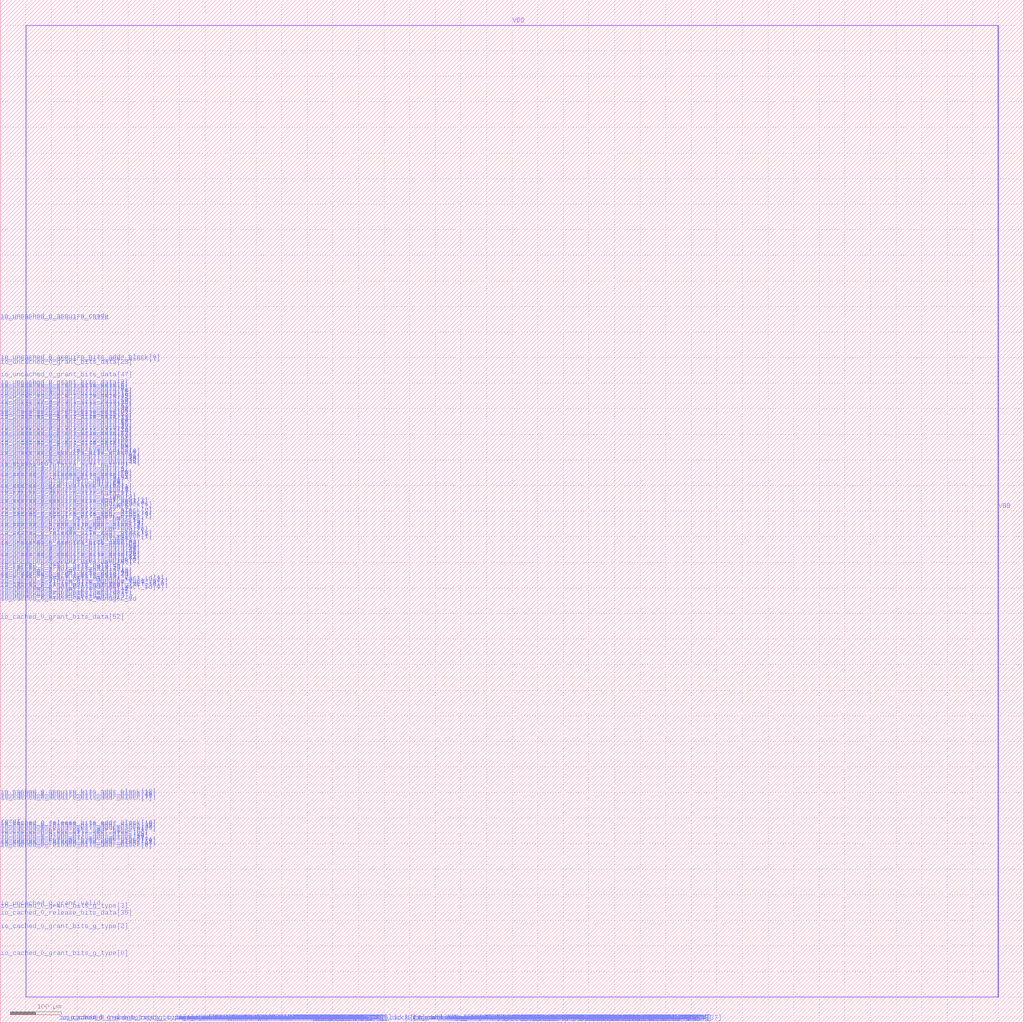
<source format=lef>
##
## LEF for PtnCells ;
## created by Innovus v16.10-p004_1 on Fri Dec  2 17:37:59 2016
##

VERSION 5.7 ;

BUSBITCHARS "[]" ;
DIVIDERCHAR "/" ;

MACRO RocketTile_1
  CLASS BLOCK ;
  SIZE 1999.7600 BY 1999.4800 ;
  FOREIGN RocketTile_1 0.0000 0.0000 ;
  ORIGIN 0 0 ;
  SYMMETRY X Y R90 ;
  PIN clk
    DIRECTION INPUT ;
    USE SIGNAL ;
    PORT
      LAYER metal6 ;
        RECT 992.2500 1999.3400 992.3900 1999.4800 ;
    END
  END clk
  PIN reset
    DIRECTION INPUT ;
    USE SIGNAL ;
    PORT
      LAYER metal6 ;
        RECT 0.0000 384.0900 0.1400 384.2300 ;
    END
  END reset
  PIN io_cached_0_acquire_ready
    DIRECTION INPUT ;
    USE SIGNAL ;
    PORT
      LAYER metal6 ;
        RECT 880.8100 0.0000 880.9500 0.1400 ;
    END
  END io_cached_0_acquire_ready
  PIN io_cached_0_acquire_valid
    DIRECTION OUTPUT ;
    USE SIGNAL ;
    PORT
      LAYER metal6 ;
        RECT 869.6100 0.0000 869.7500 0.1400 ;
    END
  END io_cached_0_acquire_valid
  PIN io_cached_0_acquire_bits_addr_block[25]
    DIRECTION OUTPUT ;
    USE SIGNAL ;
    PORT
      LAYER metal6 ;
        RECT 443.1700 0.0000 443.3100 0.1400 ;
    END
  END io_cached_0_acquire_bits_addr_block[25]
  PIN io_cached_0_acquire_bits_addr_block[24]
    DIRECTION OUTPUT ;
    USE SIGNAL ;
    PORT
      LAYER metal6 ;
        RECT 445.9700 0.0000 446.1100 0.1400 ;
    END
  END io_cached_0_acquire_bits_addr_block[24]
  PIN io_cached_0_acquire_bits_addr_block[23]
    DIRECTION OUTPUT ;
    USE SIGNAL ;
    PORT
      LAYER metal6 ;
        RECT 450.1700 0.0000 450.3100 0.1400 ;
    END
  END io_cached_0_acquire_bits_addr_block[23]
  PIN io_cached_0_acquire_bits_addr_block[22]
    DIRECTION OUTPUT ;
    USE SIGNAL ;
    PORT
      LAYER metal6 ;
        RECT 403.6900 0.0000 403.8300 0.1400 ;
    END
  END io_cached_0_acquire_bits_addr_block[22]
  PIN io_cached_0_acquire_bits_addr_block[21]
    DIRECTION OUTPUT ;
    USE SIGNAL ;
    PORT
      LAYER metal6 ;
        RECT 440.3700 0.0000 440.5100 0.1400 ;
    END
  END io_cached_0_acquire_bits_addr_block[21]
  PIN io_cached_0_acquire_bits_addr_block[20]
    DIRECTION OUTPUT ;
    USE SIGNAL ;
    PORT
      LAYER metal6 ;
        RECT 0.0000 438.1300 0.1400 438.2700 ;
    END
  END io_cached_0_acquire_bits_addr_block[20]
  PIN io_cached_0_acquire_bits_addr_block[19]
    DIRECTION OUTPUT ;
    USE SIGNAL ;
    PORT
      LAYER metal6 ;
        RECT 388.0100 0.0000 388.1500 0.1400 ;
    END
  END io_cached_0_acquire_bits_addr_block[19]
  PIN io_cached_0_acquire_bits_addr_block[18]
    DIRECTION OUTPUT ;
    USE SIGNAL ;
    PORT
      LAYER metal6 ;
        RECT 0.0000 441.4900 0.1400 441.6300 ;
    END
  END io_cached_0_acquire_bits_addr_block[18]
  PIN io_cached_0_acquire_bits_addr_block[17]
    DIRECTION OUTPUT ;
    USE SIGNAL ;
    PORT
      LAYER metal6 ;
        RECT 452.9700 0.0000 453.1100 0.1400 ;
    END
  END io_cached_0_acquire_bits_addr_block[17]
  PIN io_cached_0_acquire_bits_addr_block[16]
    DIRECTION OUTPUT ;
    USE SIGNAL ;
    PORT
      LAYER metal6 ;
        RECT 525.4900 0.0000 525.6300 0.1400 ;
    END
  END io_cached_0_acquire_bits_addr_block[16]
  PIN io_cached_0_acquire_bits_addr_block[15]
    DIRECTION OUTPUT ;
    USE SIGNAL ;
    PORT
      LAYER metal6 ;
        RECT 406.4900 0.0000 406.6300 0.1400 ;
    END
  END io_cached_0_acquire_bits_addr_block[15]
  PIN io_cached_0_acquire_bits_addr_block[14]
    DIRECTION OUTPUT ;
    USE SIGNAL ;
    PORT
      LAYER metal6 ;
        RECT 437.5700 0.0000 437.7100 0.1400 ;
    END
  END io_cached_0_acquire_bits_addr_block[14]
  PIN io_cached_0_acquire_bits_addr_block[13]
    DIRECTION OUTPUT ;
    USE SIGNAL ;
    PORT
      LAYER metal6 ;
        RECT 0.0000 435.3300 0.1400 435.4700 ;
    END
  END io_cached_0_acquire_bits_addr_block[13]
  PIN io_cached_0_acquire_bits_addr_block[12]
    DIRECTION OUTPUT ;
    USE SIGNAL ;
    PORT
      LAYER metal6 ;
        RECT 434.7700 0.0000 434.9100 0.1400 ;
    END
  END io_cached_0_acquire_bits_addr_block[12]
  PIN io_cached_0_acquire_bits_addr_block[11]
    DIRECTION OUTPUT ;
    USE SIGNAL ;
    PORT
      LAYER metal6 ;
        RECT 392.2100 0.0000 392.3500 0.1400 ;
    END
  END io_cached_0_acquire_bits_addr_block[11]
  PIN io_cached_0_acquire_bits_addr_block[10]
    DIRECTION OUTPUT ;
    USE SIGNAL ;
    PORT
      LAYER metal6 ;
        RECT 0.0000 432.5300 0.1400 432.6700 ;
    END
  END io_cached_0_acquire_bits_addr_block[10]
  PIN io_cached_0_acquire_bits_addr_block[9]
    DIRECTION OUTPUT ;
    USE SIGNAL ;
    PORT
      LAYER metal6 ;
        RECT 515.1300 0.0000 515.2700 0.1400 ;
    END
  END io_cached_0_acquire_bits_addr_block[9]
  PIN io_cached_0_acquire_bits_addr_block[8]
    DIRECTION OUTPUT ;
    USE SIGNAL ;
    PORT
      LAYER metal6 ;
        RECT 431.9700 0.0000 432.1100 0.1400 ;
    END
  END io_cached_0_acquire_bits_addr_block[8]
  PIN io_cached_0_acquire_bits_addr_block[7]
    DIRECTION OUTPUT ;
    USE SIGNAL ;
    PORT
      LAYER metal6 ;
        RECT 0.0000 429.7300 0.1400 429.8700 ;
    END
  END io_cached_0_acquire_bits_addr_block[7]
  PIN io_cached_0_acquire_bits_addr_block[6]
    DIRECTION OUTPUT ;
    USE SIGNAL ;
    PORT
      LAYER metal6 ;
        RECT 399.4900 0.0000 399.6300 0.1400 ;
    END
  END io_cached_0_acquire_bits_addr_block[6]
  PIN io_cached_0_acquire_bits_addr_block[5]
    DIRECTION OUTPUT ;
    USE SIGNAL ;
    PORT
      LAYER metal6 ;
        RECT 0.0000 1002.6100 0.1400 1002.7500 ;
    END
  END io_cached_0_acquire_bits_addr_block[5]
  PIN io_cached_0_acquire_bits_addr_block[4]
    DIRECTION OUTPUT ;
    USE SIGNAL ;
    PORT
      LAYER metal6 ;
        RECT 0.0000 984.9700 0.1400 985.1100 ;
    END
  END io_cached_0_acquire_bits_addr_block[4]
  PIN io_cached_0_acquire_bits_addr_block[3]
    DIRECTION OUTPUT ;
    USE SIGNAL ;
    PORT
      LAYER metal6 ;
        RECT 0.0000 982.1700 0.1400 982.3100 ;
    END
  END io_cached_0_acquire_bits_addr_block[3]
  PIN io_cached_0_acquire_bits_addr_block[2]
    DIRECTION OUTPUT ;
    USE SIGNAL ;
    PORT
      LAYER metal6 ;
        RECT 0.0000 989.1700 0.1400 989.3100 ;
    END
  END io_cached_0_acquire_bits_addr_block[2]
  PIN io_cached_0_acquire_bits_addr_block[1]
    DIRECTION OUTPUT ;
    USE SIGNAL ;
    PORT
      LAYER metal6 ;
        RECT 0.0000 979.3700 0.1400 979.5100 ;
    END
  END io_cached_0_acquire_bits_addr_block[1]
  PIN io_cached_0_acquire_bits_addr_block[0]
    DIRECTION OUTPUT ;
    USE SIGNAL ;
    PORT
      LAYER metal6 ;
        RECT 0.0000 991.9700 0.1400 992.1100 ;
    END
  END io_cached_0_acquire_bits_addr_block[0]
  PIN io_cached_0_acquire_bits_client_xact_id
    DIRECTION OUTPUT ;
    USE SIGNAL ;
    PORT
      LAYER metal6 ;
        RECT 1117.6900 1999.3400 1117.8300 1999.4800 ;
    END
  END io_cached_0_acquire_bits_client_xact_id
  PIN io_cached_0_acquire_bits_addr_beat[2]
    DIRECTION OUTPUT ;
    USE SIGNAL ;
    PORT
      LAYER metal6 ;
        RECT 0.0000 1011.2900 0.1400 1011.4300 ;
    END
  END io_cached_0_acquire_bits_addr_beat[2]
  PIN io_cached_0_acquire_bits_addr_beat[1]
    DIRECTION OUTPUT ;
    USE SIGNAL ;
    PORT
      LAYER metal6 ;
        RECT 0.0000 1008.4900 0.1400 1008.6300 ;
    END
  END io_cached_0_acquire_bits_addr_beat[1]
  PIN io_cached_0_acquire_bits_addr_beat[0]
    DIRECTION OUTPUT ;
    USE SIGNAL ;
    PORT
      LAYER metal6 ;
        RECT 0.0000 1005.6900 0.1400 1005.8300 ;
    END
  END io_cached_0_acquire_bits_addr_beat[0]
  PIN io_cached_0_acquire_bits_is_builtin_type
    DIRECTION OUTPUT ;
    USE SIGNAL ;
    PORT
      LAYER metal6 ;
        RECT 865.6900 1999.3400 865.8300 1999.4800 ;
    END
  END io_cached_0_acquire_bits_is_builtin_type
  PIN io_cached_0_acquire_bits_a_type[2]
    DIRECTION OUTPUT ;
    USE SIGNAL ;
    PORT
      LAYER metal6 ;
        RECT 0.0000 1016.8900 0.1400 1017.0300 ;
    END
  END io_cached_0_acquire_bits_a_type[2]
  PIN io_cached_0_acquire_bits_a_type[1]
    DIRECTION OUTPUT ;
    USE SIGNAL ;
    PORT
      LAYER metal6 ;
        RECT 0.0000 1019.6900 0.1400 1019.8300 ;
    END
  END io_cached_0_acquire_bits_a_type[1]
  PIN io_cached_0_acquire_bits_a_type[0]
    DIRECTION OUTPUT ;
    USE SIGNAL ;
    PORT
      LAYER metal6 ;
        RECT 0.0000 1014.0900 0.1400 1014.2300 ;
    END
  END io_cached_0_acquire_bits_a_type[0]
  PIN io_cached_0_acquire_bits_union[10]
    DIRECTION OUTPUT ;
    USE SIGNAL ;
    PORT
      LAYER metal6 ;
        RECT 972.6500 1999.3400 972.7900 1999.4800 ;
    END
  END io_cached_0_acquire_bits_union[10]
  PIN io_cached_0_acquire_bits_union[9]
    DIRECTION OUTPUT ;
    USE SIGNAL ;
    PORT
      LAYER metal6 ;
        RECT 0.0000 1029.4900 0.1400 1029.6300 ;
    END
  END io_cached_0_acquire_bits_union[9]
  PIN io_cached_0_acquire_bits_union[8]
    DIRECTION OUTPUT ;
    USE SIGNAL ;
    PORT
      LAYER metal6 ;
        RECT 969.8500 1999.3400 969.9900 1999.4800 ;
    END
  END io_cached_0_acquire_bits_union[8]
  PIN io_cached_0_acquire_bits_union[7]
    DIRECTION OUTPUT ;
    USE SIGNAL ;
    PORT
      LAYER metal6 ;
        RECT 0.0000 1032.2900 0.1400 1032.4300 ;
    END
  END io_cached_0_acquire_bits_union[7]
  PIN io_cached_0_acquire_bits_union[6]
    DIRECTION OUTPUT ;
    USE SIGNAL ;
    PORT
      LAYER metal6 ;
        RECT 967.0500 1999.3400 967.1900 1999.4800 ;
    END
  END io_cached_0_acquire_bits_union[6]
  PIN io_cached_0_acquire_bits_union[5]
    DIRECTION OUTPUT ;
    USE SIGNAL ;
    PORT
      LAYER metal6 ;
        RECT 0.0000 999.8100 0.1400 999.9500 ;
    END
  END io_cached_0_acquire_bits_union[5]
  PIN io_cached_0_acquire_bits_union[4]
    DIRECTION OUTPUT ;
    USE SIGNAL ;
    PORT
      LAYER metal6 ;
        RECT 0.0000 1035.0900 0.1400 1035.2300 ;
    END
  END io_cached_0_acquire_bits_union[4]
  PIN io_cached_0_acquire_bits_union[3]
    DIRECTION OUTPUT ;
    USE SIGNAL ;
    PORT
      LAYER metal6 ;
        RECT 0.0000 997.0100 0.1400 997.1500 ;
    END
  END io_cached_0_acquire_bits_union[3]
  PIN io_cached_0_acquire_bits_union[2]
    DIRECTION OUTPUT ;
    USE SIGNAL ;
    PORT
      LAYER metal6 ;
        RECT 964.2500 1999.3400 964.3900 1999.4800 ;
    END
  END io_cached_0_acquire_bits_union[2]
  PIN io_cached_0_acquire_bits_union[1]
    DIRECTION OUTPUT ;
    USE SIGNAL ;
    PORT
      LAYER metal6 ;
        RECT 0.0000 1037.8900 0.1400 1038.0300 ;
    END
  END io_cached_0_acquire_bits_union[1]
  PIN io_cached_0_acquire_bits_union[0]
    DIRECTION OUTPUT ;
    USE SIGNAL ;
    PORT
      LAYER metal6 ;
        RECT 961.4500 1999.3400 961.5900 1999.4800 ;
    END
  END io_cached_0_acquire_bits_union[0]
  PIN io_cached_0_acquire_bits_data[63]
    DIRECTION OUTPUT ;
    USE SIGNAL ;
    PORT
      LAYER metal6 ;
        RECT 1999.6200 1040.4100 1999.7600 1040.5500 ;
    END
  END io_cached_0_acquire_bits_data[63]
  PIN io_cached_0_acquire_bits_data[62]
    DIRECTION OUTPUT ;
    USE SIGNAL ;
    PORT
      LAYER metal6 ;
        RECT 1999.6200 1037.0500 1999.7600 1037.1900 ;
    END
  END io_cached_0_acquire_bits_data[62]
  PIN io_cached_0_acquire_bits_data[61]
    DIRECTION OUTPUT ;
    USE SIGNAL ;
    PORT
      LAYER metal6 ;
        RECT 1999.6200 1043.2100 1999.7600 1043.3500 ;
    END
  END io_cached_0_acquire_bits_data[61]
  PIN io_cached_0_acquire_bits_data[60]
    DIRECTION OUTPUT ;
    USE SIGNAL ;
    PORT
      LAYER metal6 ;
        RECT 1044.8900 1999.3400 1045.0300 1999.4800 ;
    END
  END io_cached_0_acquire_bits_data[60]
  PIN io_cached_0_acquire_bits_data[59]
    DIRECTION OUTPUT ;
    USE SIGNAL ;
    PORT
      LAYER metal6 ;
        RECT 1999.6200 1034.2500 1999.7600 1034.3900 ;
    END
  END io_cached_0_acquire_bits_data[59]
  PIN io_cached_0_acquire_bits_data[58]
    DIRECTION OUTPUT ;
    USE SIGNAL ;
    PORT
      LAYER metal6 ;
        RECT 1999.6200 1046.0100 1999.7600 1046.1500 ;
    END
  END io_cached_0_acquire_bits_data[58]
  PIN io_cached_0_acquire_bits_data[57]
    DIRECTION OUTPUT ;
    USE SIGNAL ;
    PORT
      LAYER metal6 ;
        RECT 1999.6200 1031.4500 1999.7600 1031.5900 ;
    END
  END io_cached_0_acquire_bits_data[57]
  PIN io_cached_0_acquire_bits_data[56]
    DIRECTION OUTPUT ;
    USE SIGNAL ;
    PORT
      LAYER metal6 ;
        RECT 1999.6200 1028.6500 1999.7600 1028.7900 ;
    END
  END io_cached_0_acquire_bits_data[56]
  PIN io_cached_0_acquire_bits_data[55]
    DIRECTION OUTPUT ;
    USE SIGNAL ;
    PORT
      LAYER metal6 ;
        RECT 1999.6200 1025.8500 1999.7600 1025.9900 ;
    END
  END io_cached_0_acquire_bits_data[55]
  PIN io_cached_0_acquire_bits_data[54]
    DIRECTION OUTPUT ;
    USE SIGNAL ;
    PORT
      LAYER metal6 ;
        RECT 1040.9700 1999.3400 1041.1100 1999.4800 ;
    END
  END io_cached_0_acquire_bits_data[54]
  PIN io_cached_0_acquire_bits_data[53]
    DIRECTION OUTPUT ;
    USE SIGNAL ;
    PORT
      LAYER metal6 ;
        RECT 1999.6200 1023.0500 1999.7600 1023.1900 ;
    END
  END io_cached_0_acquire_bits_data[53]
  PIN io_cached_0_acquire_bits_data[52]
    DIRECTION OUTPUT ;
    USE SIGNAL ;
    PORT
      LAYER metal6 ;
        RECT 1038.1700 1999.3400 1038.3100 1999.4800 ;
    END
  END io_cached_0_acquire_bits_data[52]
  PIN io_cached_0_acquire_bits_data[51]
    DIRECTION OUTPUT ;
    USE SIGNAL ;
    PORT
      LAYER metal6 ;
        RECT 1999.6200 1020.2500 1999.7600 1020.3900 ;
    END
  END io_cached_0_acquire_bits_data[51]
  PIN io_cached_0_acquire_bits_data[50]
    DIRECTION OUTPUT ;
    USE SIGNAL ;
    PORT
      LAYER metal6 ;
        RECT 1035.3700 1999.3400 1035.5100 1999.4800 ;
    END
  END io_cached_0_acquire_bits_data[50]
  PIN io_cached_0_acquire_bits_data[49]
    DIRECTION OUTPUT ;
    USE SIGNAL ;
    PORT
      LAYER metal6 ;
        RECT 1032.5700 1999.3400 1032.7100 1999.4800 ;
    END
  END io_cached_0_acquire_bits_data[49]
  PIN io_cached_0_acquire_bits_data[48]
    DIRECTION OUTPUT ;
    USE SIGNAL ;
    PORT
      LAYER metal6 ;
        RECT 1029.7700 1999.3400 1029.9100 1999.4800 ;
    END
  END io_cached_0_acquire_bits_data[48]
  PIN io_cached_0_acquire_bits_data[47]
    DIRECTION OUTPUT ;
    USE SIGNAL ;
    PORT
      LAYER metal6 ;
        RECT 1026.9700 1999.3400 1027.1100 1999.4800 ;
    END
  END io_cached_0_acquire_bits_data[47]
  PIN io_cached_0_acquire_bits_data[46]
    DIRECTION OUTPUT ;
    USE SIGNAL ;
    PORT
      LAYER metal6 ;
        RECT 1024.1700 1999.3400 1024.3100 1999.4800 ;
    END
  END io_cached_0_acquire_bits_data[46]
  PIN io_cached_0_acquire_bits_data[45]
    DIRECTION OUTPUT ;
    USE SIGNAL ;
    PORT
      LAYER metal6 ;
        RECT 1047.6900 1999.3400 1047.8300 1999.4800 ;
    END
  END io_cached_0_acquire_bits_data[45]
  PIN io_cached_0_acquire_bits_data[44]
    DIRECTION OUTPUT ;
    USE SIGNAL ;
    PORT
      LAYER metal6 ;
        RECT 1021.3700 1999.3400 1021.5100 1999.4800 ;
    END
  END io_cached_0_acquire_bits_data[44]
  PIN io_cached_0_acquire_bits_data[43]
    DIRECTION OUTPUT ;
    USE SIGNAL ;
    PORT
      LAYER metal6 ;
        RECT 1018.5700 1999.3400 1018.7100 1999.4800 ;
    END
  END io_cached_0_acquire_bits_data[43]
  PIN io_cached_0_acquire_bits_data[42]
    DIRECTION OUTPUT ;
    USE SIGNAL ;
    PORT
      LAYER metal6 ;
        RECT 1015.7700 1999.3400 1015.9100 1999.4800 ;
    END
  END io_cached_0_acquire_bits_data[42]
  PIN io_cached_0_acquire_bits_data[41]
    DIRECTION OUTPUT ;
    USE SIGNAL ;
    PORT
      LAYER metal6 ;
        RECT 1012.9700 1999.3400 1013.1100 1999.4800 ;
    END
  END io_cached_0_acquire_bits_data[41]
  PIN io_cached_0_acquire_bits_data[40]
    DIRECTION OUTPUT ;
    USE SIGNAL ;
    PORT
      LAYER metal6 ;
        RECT 1999.6200 1048.8100 1999.7600 1048.9500 ;
    END
  END io_cached_0_acquire_bits_data[40]
  PIN io_cached_0_acquire_bits_data[39]
    DIRECTION OUTPUT ;
    USE SIGNAL ;
    PORT
      LAYER metal6 ;
        RECT 1999.6200 1017.4500 1999.7600 1017.5900 ;
    END
  END io_cached_0_acquire_bits_data[39]
  PIN io_cached_0_acquire_bits_data[38]
    DIRECTION OUTPUT ;
    USE SIGNAL ;
    PORT
      LAYER metal6 ;
        RECT 1999.6200 1014.6500 1999.7600 1014.7900 ;
    END
  END io_cached_0_acquire_bits_data[38]
  PIN io_cached_0_acquire_bits_data[37]
    DIRECTION OUTPUT ;
    USE SIGNAL ;
    PORT
      LAYER metal6 ;
        RECT 1999.6200 1011.8500 1999.7600 1011.9900 ;
    END
  END io_cached_0_acquire_bits_data[37]
  PIN io_cached_0_acquire_bits_data[36]
    DIRECTION OUTPUT ;
    USE SIGNAL ;
    PORT
      LAYER metal6 ;
        RECT 1999.6200 1009.0500 1999.7600 1009.1900 ;
    END
  END io_cached_0_acquire_bits_data[36]
  PIN io_cached_0_acquire_bits_data[35]
    DIRECTION OUTPUT ;
    USE SIGNAL ;
    PORT
      LAYER metal6 ;
        RECT 1010.1700 1999.3400 1010.3100 1999.4800 ;
    END
  END io_cached_0_acquire_bits_data[35]
  PIN io_cached_0_acquire_bits_data[34]
    DIRECTION OUTPUT ;
    USE SIGNAL ;
    PORT
      LAYER metal6 ;
        RECT 1007.3700 1999.3400 1007.5100 1999.4800 ;
    END
  END io_cached_0_acquire_bits_data[34]
  PIN io_cached_0_acquire_bits_data[33]
    DIRECTION OUTPUT ;
    USE SIGNAL ;
    PORT
      LAYER metal6 ;
        RECT 1050.4900 1999.3400 1050.6300 1999.4800 ;
    END
  END io_cached_0_acquire_bits_data[33]
  PIN io_cached_0_acquire_bits_data[32]
    DIRECTION OUTPUT ;
    USE SIGNAL ;
    PORT
      LAYER metal6 ;
        RECT 1004.5700 1999.3400 1004.7100 1999.4800 ;
    END
  END io_cached_0_acquire_bits_data[32]
  PIN io_cached_0_acquire_bits_data[31]
    DIRECTION OUTPUT ;
    USE SIGNAL ;
    PORT
      LAYER metal6 ;
        RECT 1999.6200 1051.6100 1999.7600 1051.7500 ;
    END
  END io_cached_0_acquire_bits_data[31]
  PIN io_cached_0_acquire_bits_data[30]
    DIRECTION OUTPUT ;
    USE SIGNAL ;
    PORT
      LAYER metal6 ;
        RECT 1053.2900 1999.3400 1053.4300 1999.4800 ;
    END
  END io_cached_0_acquire_bits_data[30]
  PIN io_cached_0_acquire_bits_data[29]
    DIRECTION OUTPUT ;
    USE SIGNAL ;
    PORT
      LAYER metal6 ;
        RECT 1999.6200 1054.4100 1999.7600 1054.5500 ;
    END
  END io_cached_0_acquire_bits_data[29]
  PIN io_cached_0_acquire_bits_data[28]
    DIRECTION OUTPUT ;
    USE SIGNAL ;
    PORT
      LAYER metal6 ;
        RECT 1056.0900 1999.3400 1056.2300 1999.4800 ;
    END
  END io_cached_0_acquire_bits_data[28]
  PIN io_cached_0_acquire_bits_data[27]
    DIRECTION OUTPUT ;
    USE SIGNAL ;
    PORT
      LAYER metal6 ;
        RECT 1999.6200 1057.2100 1999.7600 1057.3500 ;
    END
  END io_cached_0_acquire_bits_data[27]
  PIN io_cached_0_acquire_bits_data[26]
    DIRECTION OUTPUT ;
    USE SIGNAL ;
    PORT
      LAYER metal6 ;
        RECT 1058.8900 1999.3400 1059.0300 1999.4800 ;
    END
  END io_cached_0_acquire_bits_data[26]
  PIN io_cached_0_acquire_bits_data[25]
    DIRECTION OUTPUT ;
    USE SIGNAL ;
    PORT
      LAYER metal6 ;
        RECT 1999.6200 1060.0100 1999.7600 1060.1500 ;
    END
  END io_cached_0_acquire_bits_data[25]
  PIN io_cached_0_acquire_bits_data[24]
    DIRECTION OUTPUT ;
    USE SIGNAL ;
    PORT
      LAYER metal6 ;
        RECT 1061.6900 1999.3400 1061.8300 1999.4800 ;
    END
  END io_cached_0_acquire_bits_data[24]
  PIN io_cached_0_acquire_bits_data[23]
    DIRECTION OUTPUT ;
    USE SIGNAL ;
    PORT
      LAYER metal6 ;
        RECT 1999.6200 1006.2500 1999.7600 1006.3900 ;
    END
  END io_cached_0_acquire_bits_data[23]
  PIN io_cached_0_acquire_bits_data[22]
    DIRECTION OUTPUT ;
    USE SIGNAL ;
    PORT
      LAYER metal6 ;
        RECT 1999.6200 1062.8100 1999.7600 1062.9500 ;
    END
  END io_cached_0_acquire_bits_data[22]
  PIN io_cached_0_acquire_bits_data[21]
    DIRECTION OUTPUT ;
    USE SIGNAL ;
    PORT
      LAYER metal6 ;
        RECT 1999.6200 1003.4500 1999.7600 1003.5900 ;
    END
  END io_cached_0_acquire_bits_data[21]
  PIN io_cached_0_acquire_bits_data[20]
    DIRECTION OUTPUT ;
    USE SIGNAL ;
    PORT
      LAYER metal6 ;
        RECT 1064.4900 1999.3400 1064.6300 1999.4800 ;
    END
  END io_cached_0_acquire_bits_data[20]
  PIN io_cached_0_acquire_bits_data[19]
    DIRECTION OUTPUT ;
    USE SIGNAL ;
    PORT
      LAYER metal6 ;
        RECT 1999.6200 1000.6500 1999.7600 1000.7900 ;
    END
  END io_cached_0_acquire_bits_data[19]
  PIN io_cached_0_acquire_bits_data[18]
    DIRECTION OUTPUT ;
    USE SIGNAL ;
    PORT
      LAYER metal6 ;
        RECT 1001.7700 1999.3400 1001.9100 1999.4800 ;
    END
  END io_cached_0_acquire_bits_data[18]
  PIN io_cached_0_acquire_bits_data[17]
    DIRECTION OUTPUT ;
    USE SIGNAL ;
    PORT
      LAYER metal6 ;
        RECT 1999.6200 997.8500 1999.7600 997.9900 ;
    END
  END io_cached_0_acquire_bits_data[17]
  PIN io_cached_0_acquire_bits_data[16]
    DIRECTION OUTPUT ;
    USE SIGNAL ;
    PORT
      LAYER metal6 ;
        RECT 1999.6200 995.0500 1999.7600 995.1900 ;
    END
  END io_cached_0_acquire_bits_data[16]
  PIN io_cached_0_acquire_bits_data[15]
    DIRECTION OUTPUT ;
    USE SIGNAL ;
    PORT
      LAYER metal6 ;
        RECT 1999.6200 1065.6100 1999.7600 1065.7500 ;
    END
  END io_cached_0_acquire_bits_data[15]
  PIN io_cached_0_acquire_bits_data[14]
    DIRECTION OUTPUT ;
    USE SIGNAL ;
    PORT
      LAYER metal6 ;
        RECT 1067.2900 1999.3400 1067.4300 1999.4800 ;
    END
  END io_cached_0_acquire_bits_data[14]
  PIN io_cached_0_acquire_bits_data[13]
    DIRECTION OUTPUT ;
    USE SIGNAL ;
    PORT
      LAYER metal6 ;
        RECT 1999.6200 1068.4100 1999.7600 1068.5500 ;
    END
  END io_cached_0_acquire_bits_data[13]
  PIN io_cached_0_acquire_bits_data[12]
    DIRECTION OUTPUT ;
    USE SIGNAL ;
    PORT
      LAYER metal6 ;
        RECT 998.9700 1999.3400 999.1100 1999.4800 ;
    END
  END io_cached_0_acquire_bits_data[12]
  PIN io_cached_0_acquire_bits_data[11]
    DIRECTION OUTPUT ;
    USE SIGNAL ;
    PORT
      LAYER metal6 ;
        RECT 996.1700 1999.3400 996.3100 1999.4800 ;
    END
  END io_cached_0_acquire_bits_data[11]
  PIN io_cached_0_acquire_bits_data[10]
    DIRECTION OUTPUT ;
    USE SIGNAL ;
    PORT
      LAYER metal6 ;
        RECT 989.4500 1999.3400 989.5900 1999.4800 ;
    END
  END io_cached_0_acquire_bits_data[10]
  PIN io_cached_0_acquire_bits_data[9]
    DIRECTION OUTPUT ;
    USE SIGNAL ;
    PORT
      LAYER metal6 ;
        RECT 1070.0900 1999.3400 1070.2300 1999.4800 ;
    END
  END io_cached_0_acquire_bits_data[9]
  PIN io_cached_0_acquire_bits_data[8]
    DIRECTION OUTPUT ;
    USE SIGNAL ;
    PORT
      LAYER metal6 ;
        RECT 1999.6200 1071.2100 1999.7600 1071.3500 ;
    END
  END io_cached_0_acquire_bits_data[8]
  PIN io_cached_0_acquire_bits_data[7]
    DIRECTION OUTPUT ;
    USE SIGNAL ;
    PORT
      LAYER metal6 ;
        RECT 986.6500 1999.3400 986.7900 1999.4800 ;
    END
  END io_cached_0_acquire_bits_data[7]
  PIN io_cached_0_acquire_bits_data[6]
    DIRECTION OUTPUT ;
    USE SIGNAL ;
    PORT
      LAYER metal6 ;
        RECT 983.8500 1999.3400 983.9900 1999.4800 ;
    END
  END io_cached_0_acquire_bits_data[6]
  PIN io_cached_0_acquire_bits_data[5]
    DIRECTION OUTPUT ;
    USE SIGNAL ;
    PORT
      LAYER metal6 ;
        RECT 981.0500 1999.3400 981.1900 1999.4800 ;
    END
  END io_cached_0_acquire_bits_data[5]
  PIN io_cached_0_acquire_bits_data[4]
    DIRECTION OUTPUT ;
    USE SIGNAL ;
    PORT
      LAYER metal6 ;
        RECT 978.2500 1999.3400 978.3900 1999.4800 ;
    END
  END io_cached_0_acquire_bits_data[4]
  PIN io_cached_0_acquire_bits_data[3]
    DIRECTION OUTPUT ;
    USE SIGNAL ;
    PORT
      LAYER metal6 ;
        RECT 0.0000 1022.4900 0.1400 1022.6300 ;
    END
  END io_cached_0_acquire_bits_data[3]
  PIN io_cached_0_acquire_bits_data[2]
    DIRECTION OUTPUT ;
    USE SIGNAL ;
    PORT
      LAYER metal6 ;
        RECT 975.4500 1999.3400 975.5900 1999.4800 ;
    END
  END io_cached_0_acquire_bits_data[2]
  PIN io_cached_0_acquire_bits_data[1]
    DIRECTION OUTPUT ;
    USE SIGNAL ;
    PORT
      LAYER metal6 ;
        RECT 1999.6200 992.2500 1999.7600 992.3900 ;
    END
  END io_cached_0_acquire_bits_data[1]
  PIN io_cached_0_acquire_bits_data[0]
    DIRECTION OUTPUT ;
    USE SIGNAL ;
    PORT
      LAYER metal6 ;
        RECT 0.0000 1025.2900 0.1400 1025.4300 ;
    END
  END io_cached_0_acquire_bits_data[0]
  PIN io_cached_0_probe_ready
    DIRECTION OUTPUT ;
    USE SIGNAL ;
    PORT
      LAYER metal6 ;
        RECT 866.8100 0.0000 866.9500 0.1400 ;
    END
  END io_cached_0_probe_ready
  PIN io_cached_0_probe_valid
    DIRECTION INPUT ;
    USE SIGNAL ;
    PORT
      LAYER metal6 ;
        RECT 878.0100 0.0000 878.1500 0.1400 ;
    END
  END io_cached_0_probe_valid
  PIN io_cached_0_probe_bits_addr_block[25]
    DIRECTION INPUT ;
    USE SIGNAL ;
    PORT
      LAYER metal6 ;
        RECT 0.0000 359.7300 0.1400 359.8700 ;
    END
  END io_cached_0_probe_bits_addr_block[25]
  PIN io_cached_0_probe_bits_addr_block[24]
    DIRECTION INPUT ;
    USE SIGNAL ;
    PORT
      LAYER metal6 ;
        RECT 0.0000 356.3700 0.1400 356.5100 ;
    END
  END io_cached_0_probe_bits_addr_block[24]
  PIN io_cached_0_probe_bits_addr_block[23]
    DIRECTION INPUT ;
    USE SIGNAL ;
    PORT
      LAYER metal6 ;
        RECT 0.0000 364.4900 0.1400 364.6300 ;
    END
  END io_cached_0_probe_bits_addr_block[23]
  PIN io_cached_0_probe_bits_addr_block[22]
    DIRECTION INPUT ;
    USE SIGNAL ;
    PORT
      LAYER metal6 ;
        RECT 373.1700 0.0000 373.3100 0.1400 ;
    END
  END io_cached_0_probe_bits_addr_block[22]
  PIN io_cached_0_probe_bits_addr_block[21]
    DIRECTION INPUT ;
    USE SIGNAL ;
    PORT
      LAYER metal6 ;
        RECT 0.0000 367.2900 0.1400 367.4300 ;
    END
  END io_cached_0_probe_bits_addr_block[21]
  PIN io_cached_0_probe_bits_addr_block[20]
    DIRECTION INPUT ;
    USE SIGNAL ;
    PORT
      LAYER metal6 ;
        RECT 360.0100 0.0000 360.1500 0.1400 ;
    END
  END io_cached_0_probe_bits_addr_block[20]
  PIN io_cached_0_probe_bits_addr_block[19]
    DIRECTION INPUT ;
    USE SIGNAL ;
    PORT
      LAYER metal6 ;
        RECT 364.2100 0.0000 364.3500 0.1400 ;
    END
  END io_cached_0_probe_bits_addr_block[19]
  PIN io_cached_0_probe_bits_addr_block[18]
    DIRECTION INPUT ;
    USE SIGNAL ;
    PORT
      LAYER metal6 ;
        RECT 355.2500 0.0000 355.3900 0.1400 ;
    END
  END io_cached_0_probe_bits_addr_block[18]
  PIN io_cached_0_probe_bits_addr_block[17]
    DIRECTION INPUT ;
    USE SIGNAL ;
    PORT
      LAYER metal6 ;
        RECT 385.2100 0.0000 385.3500 0.1400 ;
    END
  END io_cached_0_probe_bits_addr_block[17]
  PIN io_cached_0_probe_bits_addr_block[16]
    DIRECTION INPUT ;
    USE SIGNAL ;
    PORT
      LAYER metal6 ;
        RECT 368.4100 0.0000 368.5500 0.1400 ;
    END
  END io_cached_0_probe_bits_addr_block[16]
  PIN io_cached_0_probe_bits_addr_block[15]
    DIRECTION INPUT ;
    USE SIGNAL ;
    PORT
      LAYER metal6 ;
        RECT 395.0100 0.0000 395.1500 0.1400 ;
    END
  END io_cached_0_probe_bits_addr_block[15]
  PIN io_cached_0_probe_bits_addr_block[14]
    DIRECTION INPUT ;
    USE SIGNAL ;
    PORT
      LAYER metal6 ;
        RECT 382.4100 0.0000 382.5500 0.1400 ;
    END
  END io_cached_0_probe_bits_addr_block[14]
  PIN io_cached_0_probe_bits_addr_block[13]
    DIRECTION INPUT ;
    USE SIGNAL ;
    PORT
      LAYER metal6 ;
        RECT 375.9700 0.0000 376.1100 0.1400 ;
    END
  END io_cached_0_probe_bits_addr_block[13]
  PIN io_cached_0_probe_bits_addr_block[12]
    DIRECTION INPUT ;
    USE SIGNAL ;
    PORT
      LAYER metal6 ;
        RECT 379.6100 0.0000 379.7500 0.1400 ;
    END
  END io_cached_0_probe_bits_addr_block[12]
  PIN io_cached_0_probe_bits_addr_block[11]
    DIRECTION INPUT ;
    USE SIGNAL ;
    PORT
      LAYER metal6 ;
        RECT 409.2900 0.0000 409.4300 0.1400 ;
    END
  END io_cached_0_probe_bits_addr_block[11]
  PIN io_cached_0_probe_bits_addr_block[10]
    DIRECTION INPUT ;
    USE SIGNAL ;
    PORT
      LAYER metal6 ;
        RECT 0.0000 353.5700 0.1400 353.7100 ;
    END
  END io_cached_0_probe_bits_addr_block[10]
  PIN io_cached_0_probe_bits_addr_block[9]
    DIRECTION INPUT ;
    USE SIGNAL ;
    PORT
      LAYER metal6 ;
        RECT 352.4500 0.0000 352.5900 0.1400 ;
    END
  END io_cached_0_probe_bits_addr_block[9]
  PIN io_cached_0_probe_bits_addr_block[8]
    DIRECTION INPUT ;
    USE SIGNAL ;
    PORT
      LAYER metal6 ;
        RECT 0.0000 350.7700 0.1400 350.9100 ;
    END
  END io_cached_0_probe_bits_addr_block[8]
  PIN io_cached_0_probe_bits_addr_block[7]
    DIRECTION INPUT ;
    USE SIGNAL ;
    PORT
      LAYER metal6 ;
        RECT 412.0900 0.0000 412.2300 0.1400 ;
    END
  END io_cached_0_probe_bits_addr_block[7]
  PIN io_cached_0_probe_bits_addr_block[6]
    DIRECTION INPUT ;
    USE SIGNAL ;
    PORT
      LAYER metal6 ;
        RECT 349.6500 0.0000 349.7900 0.1400 ;
    END
  END io_cached_0_probe_bits_addr_block[6]
  PIN io_cached_0_probe_bits_addr_block[5]
    DIRECTION INPUT ;
    USE SIGNAL ;
    PORT
      LAYER metal6 ;
        RECT 0.0000 970.9700 0.1400 971.1100 ;
    END
  END io_cached_0_probe_bits_addr_block[5]
  PIN io_cached_0_probe_bits_addr_block[4]
    DIRECTION INPUT ;
    USE SIGNAL ;
    PORT
      LAYER metal6 ;
        RECT 0.0000 968.1700 0.1400 968.3100 ;
    END
  END io_cached_0_probe_bits_addr_block[4]
  PIN io_cached_0_probe_bits_addr_block[3]
    DIRECTION INPUT ;
    USE SIGNAL ;
    PORT
      LAYER metal6 ;
        RECT 0.0000 965.3700 0.1400 965.5100 ;
    END
  END io_cached_0_probe_bits_addr_block[3]
  PIN io_cached_0_probe_bits_addr_block[2]
    DIRECTION INPUT ;
    USE SIGNAL ;
    PORT
      LAYER metal6 ;
        RECT 0.0000 962.5700 0.1400 962.7100 ;
    END
  END io_cached_0_probe_bits_addr_block[2]
  PIN io_cached_0_probe_bits_addr_block[1]
    DIRECTION INPUT ;
    USE SIGNAL ;
    PORT
      LAYER metal6 ;
        RECT 0.0000 959.7700 0.1400 959.9100 ;
    END
  END io_cached_0_probe_bits_addr_block[1]
  PIN io_cached_0_probe_bits_addr_block[0]
    DIRECTION INPUT ;
    USE SIGNAL ;
    PORT
      LAYER metal6 ;
        RECT 0.0000 956.9700 0.1400 957.1100 ;
    END
  END io_cached_0_probe_bits_addr_block[0]
  PIN io_cached_0_probe_bits_p_type[1]
    DIRECTION INPUT ;
    USE SIGNAL ;
    PORT
      LAYER metal6 ;
        RECT 948.2900 0.0000 948.4300 0.1400 ;
    END
  END io_cached_0_probe_bits_p_type[1]
  PIN io_cached_0_probe_bits_p_type[0]
    DIRECTION INPUT ;
    USE SIGNAL ;
    PORT
      LAYER metal6 ;
        RECT 956.6900 0.0000 956.8300 0.1400 ;
    END
  END io_cached_0_probe_bits_p_type[0]
  PIN io_cached_0_release_ready
    DIRECTION INPUT ;
    USE SIGNAL ;
    PORT
      LAYER metal6 ;
        RECT 117.2500 0.0000 117.3900 0.1400 ;
    END
  END io_cached_0_release_ready
  PIN io_cached_0_release_valid
    DIRECTION OUTPUT ;
    USE SIGNAL ;
    PORT
      LAYER metal6 ;
        RECT 864.0100 0.0000 864.1500 0.1400 ;
    END
  END io_cached_0_release_valid
  PIN io_cached_0_release_bits_addr_beat[2]
    DIRECTION OUTPUT ;
    USE SIGNAL ;
    PORT
      LAYER metal6 ;
        RECT 959.7700 0.0000 959.9100 0.1400 ;
    END
  END io_cached_0_release_bits_addr_beat[2]
  PIN io_cached_0_release_bits_addr_beat[1]
    DIRECTION OUTPUT ;
    USE SIGNAL ;
    PORT
      LAYER metal6 ;
        RECT 0.0000 948.8500 0.1400 948.9900 ;
    END
  END io_cached_0_release_bits_addr_beat[1]
  PIN io_cached_0_release_bits_addr_beat[0]
    DIRECTION OUTPUT ;
    USE SIGNAL ;
    PORT
      LAYER metal6 ;
        RECT 0.0000 954.1700 0.1400 954.3100 ;
    END
  END io_cached_0_release_bits_addr_beat[0]
  PIN io_cached_0_release_bits_addr_block[25]
    DIRECTION OUTPUT ;
    USE SIGNAL ;
    PORT
      LAYER metal6 ;
        RECT 0.0000 370.0900 0.1400 370.2300 ;
    END
  END io_cached_0_release_bits_addr_block[25]
  PIN io_cached_0_release_bits_addr_block[24]
    DIRECTION OUTPUT ;
    USE SIGNAL ;
    PORT
      LAYER metal6 ;
        RECT 0.0000 347.9700 0.1400 348.1100 ;
    END
  END io_cached_0_release_bits_addr_block[24]
  PIN io_cached_0_release_bits_addr_block[23]
    DIRECTION OUTPUT ;
    USE SIGNAL ;
    PORT
      LAYER metal6 ;
        RECT 0.0000 372.8900 0.1400 373.0300 ;
    END
  END io_cached_0_release_bits_addr_block[23]
  PIN io_cached_0_release_bits_addr_block[22]
    DIRECTION OUTPUT ;
    USE SIGNAL ;
    PORT
      LAYER metal6 ;
        RECT 0.0000 375.6900 0.1400 375.8300 ;
    END
  END io_cached_0_release_bits_addr_block[22]
  PIN io_cached_0_release_bits_addr_block[21]
    DIRECTION OUTPUT ;
    USE SIGNAL ;
    PORT
      LAYER metal6 ;
        RECT 414.8900 0.0000 415.0300 0.1400 ;
    END
  END io_cached_0_release_bits_addr_block[21]
  PIN io_cached_0_release_bits_addr_block[20]
    DIRECTION OUTPUT ;
    USE SIGNAL ;
    PORT
      LAYER metal6 ;
        RECT 346.8500 0.0000 346.9900 0.1400 ;
    END
  END io_cached_0_release_bits_addr_block[20]
  PIN io_cached_0_release_bits_addr_block[19]
    DIRECTION OUTPUT ;
    USE SIGNAL ;
    PORT
      LAYER metal6 ;
        RECT 0.0000 345.1700 0.1400 345.3100 ;
    END
  END io_cached_0_release_bits_addr_block[19]
  PIN io_cached_0_release_bits_addr_block[18]
    DIRECTION OUTPUT ;
    USE SIGNAL ;
    PORT
      LAYER metal6 ;
        RECT 0.0000 378.4900 0.1400 378.6300 ;
    END
  END io_cached_0_release_bits_addr_block[18]
  PIN io_cached_0_release_bits_addr_block[17]
    DIRECTION OUTPUT ;
    USE SIGNAL ;
    PORT
      LAYER metal6 ;
        RECT 417.6900 0.0000 417.8300 0.1400 ;
    END
  END io_cached_0_release_bits_addr_block[17]
  PIN io_cached_0_release_bits_addr_block[16]
    DIRECTION OUTPUT ;
    USE SIGNAL ;
    PORT
      LAYER metal6 ;
        RECT 344.0500 0.0000 344.1900 0.1400 ;
    END
  END io_cached_0_release_bits_addr_block[16]
  PIN io_cached_0_release_bits_addr_block[15]
    DIRECTION OUTPUT ;
    USE SIGNAL ;
    PORT
      LAYER metal6 ;
        RECT 420.4900 0.0000 420.6300 0.1400 ;
    END
  END io_cached_0_release_bits_addr_block[15]
  PIN io_cached_0_release_bits_addr_block[14]
    DIRECTION OUTPUT ;
    USE SIGNAL ;
    PORT
      LAYER metal6 ;
        RECT 423.2900 0.0000 423.4300 0.1400 ;
    END
  END io_cached_0_release_bits_addr_block[14]
  PIN io_cached_0_release_bits_addr_block[13]
    DIRECTION OUTPUT ;
    USE SIGNAL ;
    PORT
      LAYER metal6 ;
        RECT 0.0000 342.3700 0.1400 342.5100 ;
    END
  END io_cached_0_release_bits_addr_block[13]
  PIN io_cached_0_release_bits_addr_block[12]
    DIRECTION OUTPUT ;
    USE SIGNAL ;
    PORT
      LAYER metal6 ;
        RECT 341.2500 0.0000 341.3900 0.1400 ;
    END
  END io_cached_0_release_bits_addr_block[12]
  PIN io_cached_0_release_bits_addr_block[11]
    DIRECTION OUTPUT ;
    USE SIGNAL ;
    PORT
      LAYER metal6 ;
        RECT 426.0900 0.0000 426.2300 0.1400 ;
    END
  END io_cached_0_release_bits_addr_block[11]
  PIN io_cached_0_release_bits_addr_block[10]
    DIRECTION OUTPUT ;
    USE SIGNAL ;
    PORT
      LAYER metal6 ;
        RECT 0.0000 381.2900 0.1400 381.4300 ;
    END
  END io_cached_0_release_bits_addr_block[10]
  PIN io_cached_0_release_bits_addr_block[9]
    DIRECTION OUTPUT ;
    USE SIGNAL ;
    PORT
      LAYER metal6 ;
        RECT 0.0000 339.5700 0.1400 339.7100 ;
    END
  END io_cached_0_release_bits_addr_block[9]
  PIN io_cached_0_release_bits_addr_block[8]
    DIRECTION OUTPUT ;
    USE SIGNAL ;
    PORT
      LAYER metal6 ;
        RECT 338.4500 0.0000 338.5900 0.1400 ;
    END
  END io_cached_0_release_bits_addr_block[8]
  PIN io_cached_0_release_bits_addr_block[7]
    DIRECTION OUTPUT ;
    USE SIGNAL ;
    PORT
      LAYER metal6 ;
        RECT 428.8900 0.0000 429.0300 0.1400 ;
    END
  END io_cached_0_release_bits_addr_block[7]
  PIN io_cached_0_release_bits_addr_block[6]
    DIRECTION OUTPUT ;
    USE SIGNAL ;
    PORT
      LAYER metal6 ;
        RECT 0.0000 336.7700 0.1400 336.9100 ;
    END
  END io_cached_0_release_bits_addr_block[6]
  PIN io_cached_0_release_bits_addr_block[5]
    DIRECTION OUTPUT ;
    USE SIGNAL ;
    PORT
      LAYER metal6 ;
        RECT 0.0000 946.0500 0.1400 946.1900 ;
    END
  END io_cached_0_release_bits_addr_block[5]
  PIN io_cached_0_release_bits_addr_block[4]
    DIRECTION OUTPUT ;
    USE SIGNAL ;
    PORT
      LAYER metal6 ;
        RECT 945.4900 0.0000 945.6300 0.1400 ;
    END
  END io_cached_0_release_bits_addr_block[4]
  PIN io_cached_0_release_bits_addr_block[3]
    DIRECTION OUTPUT ;
    USE SIGNAL ;
    PORT
      LAYER metal6 ;
        RECT 0.0000 943.2500 0.1400 943.3900 ;
    END
  END io_cached_0_release_bits_addr_block[3]
  PIN io_cached_0_release_bits_addr_block[2]
    DIRECTION OUTPUT ;
    USE SIGNAL ;
    PORT
      LAYER metal6 ;
        RECT 942.6900 0.0000 942.8300 0.1400 ;
    END
  END io_cached_0_release_bits_addr_block[2]
  PIN io_cached_0_release_bits_addr_block[1]
    DIRECTION OUTPUT ;
    USE SIGNAL ;
    PORT
      LAYER metal6 ;
        RECT 0.0000 940.4500 0.1400 940.5900 ;
    END
  END io_cached_0_release_bits_addr_block[1]
  PIN io_cached_0_release_bits_addr_block[0]
    DIRECTION OUTPUT ;
    USE SIGNAL ;
    PORT
      LAYER metal6 ;
        RECT 939.8900 0.0000 940.0300 0.1400 ;
    END
  END io_cached_0_release_bits_addr_block[0]
  PIN io_cached_0_release_bits_client_xact_id
    DIRECTION OUTPUT ;
    USE SIGNAL ;
    PORT
      LAYER metal6 ;
        RECT 1999.6200 1118.8100 1999.7600 1118.9500 ;
    END
  END io_cached_0_release_bits_client_xact_id
  PIN io_cached_0_release_bits_voluntary
    DIRECTION OUTPUT ;
    USE SIGNAL ;
    PORT
      LAYER metal6 ;
        RECT 861.2100 0.0000 861.3500 0.1400 ;
    END
  END io_cached_0_release_bits_voluntary
  PIN io_cached_0_release_bits_r_type[2]
    DIRECTION OUTPUT ;
    USE SIGNAL ;
    PORT
      LAYER metal6 ;
        RECT 937.0900 0.0000 937.2300 0.1400 ;
    END
  END io_cached_0_release_bits_r_type[2]
  PIN io_cached_0_release_bits_r_type[1]
    DIRECTION OUTPUT ;
    USE SIGNAL ;
    PORT
      LAYER metal6 ;
        RECT 934.2900 0.0000 934.4300 0.1400 ;
    END
  END io_cached_0_release_bits_r_type[1]
  PIN io_cached_0_release_bits_r_type[0]
    DIRECTION OUTPUT ;
    USE SIGNAL ;
    PORT
      LAYER metal6 ;
        RECT 0.0000 932.0500 0.1400 932.1900 ;
    END
  END io_cached_0_release_bits_r_type[0]
  PIN io_cached_0_release_bits_data[63]
    DIRECTION OUTPUT ;
    USE SIGNAL ;
    PORT
      LAYER metal6 ;
        RECT 1999.6200 986.6500 1999.7600 986.7900 ;
    END
  END io_cached_0_release_bits_data[63]
  PIN io_cached_0_release_bits_data[62]
    DIRECTION OUTPUT ;
    USE SIGNAL ;
    PORT
      LAYER metal6 ;
        RECT 1999.6200 983.8500 1999.7600 983.9900 ;
    END
  END io_cached_0_release_bits_data[62]
  PIN io_cached_0_release_bits_data[61]
    DIRECTION OUTPUT ;
    USE SIGNAL ;
    PORT
      LAYER metal6 ;
        RECT 1072.8900 1999.3400 1073.0300 1999.4800 ;
    END
  END io_cached_0_release_bits_data[61]
  PIN io_cached_0_release_bits_data[60]
    DIRECTION OUTPUT ;
    USE SIGNAL ;
    PORT
      LAYER metal6 ;
        RECT 1999.6200 1074.0100 1999.7600 1074.1500 ;
    END
  END io_cached_0_release_bits_data[60]
  PIN io_cached_0_release_bits_data[59]
    DIRECTION OUTPUT ;
    USE SIGNAL ;
    PORT
      LAYER metal6 ;
        RECT 1075.6900 1999.3400 1075.8300 1999.4800 ;
    END
  END io_cached_0_release_bits_data[59]
  PIN io_cached_0_release_bits_data[58]
    DIRECTION OUTPUT ;
    USE SIGNAL ;
    PORT
      LAYER metal6 ;
        RECT 1999.6200 981.0500 1999.7600 981.1900 ;
    END
  END io_cached_0_release_bits_data[58]
  PIN io_cached_0_release_bits_data[57]
    DIRECTION OUTPUT ;
    USE SIGNAL ;
    PORT
      LAYER metal6 ;
        RECT 1999.6200 978.2500 1999.7600 978.3900 ;
    END
  END io_cached_0_release_bits_data[57]
  PIN io_cached_0_release_bits_data[56]
    DIRECTION OUTPUT ;
    USE SIGNAL ;
    PORT
      LAYER metal6 ;
        RECT 1999.6200 1076.8100 1999.7600 1076.9500 ;
    END
  END io_cached_0_release_bits_data[56]
  PIN io_cached_0_release_bits_data[55]
    DIRECTION OUTPUT ;
    USE SIGNAL ;
    PORT
      LAYER metal6 ;
        RECT 946.8900 1999.3400 947.0300 1999.4800 ;
    END
  END io_cached_0_release_bits_data[55]
  PIN io_cached_0_release_bits_data[54]
    DIRECTION OUTPUT ;
    USE SIGNAL ;
    PORT
      LAYER metal6 ;
        RECT 0.0000 1054.6900 0.1400 1054.8300 ;
    END
  END io_cached_0_release_bits_data[54]
  PIN io_cached_0_release_bits_data[53]
    DIRECTION OUTPUT ;
    USE SIGNAL ;
    PORT
      LAYER metal6 ;
        RECT 0.0000 1057.4900 0.1400 1057.6300 ;
    END
  END io_cached_0_release_bits_data[53]
  PIN io_cached_0_release_bits_data[52]
    DIRECTION OUTPUT ;
    USE SIGNAL ;
    PORT
      LAYER metal6 ;
        RECT 944.0900 1999.3400 944.2300 1999.4800 ;
    END
  END io_cached_0_release_bits_data[52]
  PIN io_cached_0_release_bits_data[51]
    DIRECTION OUTPUT ;
    USE SIGNAL ;
    PORT
      LAYER metal6 ;
        RECT 0.0000 937.6500 0.1400 937.7900 ;
    END
  END io_cached_0_release_bits_data[51]
  PIN io_cached_0_release_bits_data[50]
    DIRECTION OUTPUT ;
    USE SIGNAL ;
    PORT
      LAYER metal6 ;
        RECT 0.0000 1060.2900 0.1400 1060.4300 ;
    END
  END io_cached_0_release_bits_data[50]
  PIN io_cached_0_release_bits_data[49]
    DIRECTION OUTPUT ;
    USE SIGNAL ;
    PORT
      LAYER metal6 ;
        RECT 0.0000 934.8500 0.1400 934.9900 ;
    END
  END io_cached_0_release_bits_data[49]
  PIN io_cached_0_release_bits_data[48]
    DIRECTION OUTPUT ;
    USE SIGNAL ;
    PORT
      LAYER metal6 ;
        RECT 941.2900 1999.3400 941.4300 1999.4800 ;
    END
  END io_cached_0_release_bits_data[48]
  PIN io_cached_0_release_bits_data[47]
    DIRECTION OUTPUT ;
    USE SIGNAL ;
    PORT
      LAYER metal6 ;
        RECT 1999.6200 975.4500 1999.7600 975.5900 ;
    END
  END io_cached_0_release_bits_data[47]
  PIN io_cached_0_release_bits_data[46]
    DIRECTION OUTPUT ;
    USE SIGNAL ;
    PORT
      LAYER metal6 ;
        RECT 1022.7700 0.0000 1022.9100 0.1400 ;
    END
  END io_cached_0_release_bits_data[46]
  PIN io_cached_0_release_bits_data[45]
    DIRECTION OUTPUT ;
    USE SIGNAL ;
    PORT
      LAYER metal6 ;
        RECT 1078.4900 1999.3400 1078.6300 1999.4800 ;
    END
  END io_cached_0_release_bits_data[45]
  PIN io_cached_0_release_bits_data[44]
    DIRECTION OUTPUT ;
    USE SIGNAL ;
    PORT
      LAYER metal6 ;
        RECT 1999.6200 972.6500 1999.7600 972.7900 ;
    END
  END io_cached_0_release_bits_data[44]
  PIN io_cached_0_release_bits_data[43]
    DIRECTION OUTPUT ;
    USE SIGNAL ;
    PORT
      LAYER metal6 ;
        RECT 1999.6200 969.8500 1999.7600 969.9900 ;
    END
  END io_cached_0_release_bits_data[43]
  PIN io_cached_0_release_bits_data[42]
    DIRECTION OUTPUT ;
    USE SIGNAL ;
    PORT
      LAYER metal6 ;
        RECT 1999.6200 967.0500 1999.7600 967.1900 ;
    END
  END io_cached_0_release_bits_data[42]
  PIN io_cached_0_release_bits_data[41]
    DIRECTION OUTPUT ;
    USE SIGNAL ;
    PORT
      LAYER metal6 ;
        RECT 1019.9700 0.0000 1020.1100 0.1400 ;
    END
  END io_cached_0_release_bits_data[41]
  PIN io_cached_0_release_bits_data[40]
    DIRECTION OUTPUT ;
    USE SIGNAL ;
    PORT
      LAYER metal6 ;
        RECT 1005.4100 0.0000 1005.5500 0.1400 ;
    END
  END io_cached_0_release_bits_data[40]
  PIN io_cached_0_release_bits_data[39]
    DIRECTION OUTPUT ;
    USE SIGNAL ;
    PORT
      LAYER metal6 ;
        RECT 1999.6200 1079.6100 1999.7600 1079.7500 ;
    END
  END io_cached_0_release_bits_data[39]
  PIN io_cached_0_release_bits_data[38]
    DIRECTION OUTPUT ;
    USE SIGNAL ;
    PORT
      LAYER metal6 ;
        RECT 1999.6200 964.2500 1999.7600 964.3900 ;
    END
  END io_cached_0_release_bits_data[38]
  PIN io_cached_0_release_bits_data[37]
    DIRECTION OUTPUT ;
    USE SIGNAL ;
    PORT
      LAYER metal6 ;
        RECT 1081.2900 1999.3400 1081.4300 1999.4800 ;
    END
  END io_cached_0_release_bits_data[37]
  PIN io_cached_0_release_bits_data[36]
    DIRECTION OUTPUT ;
    USE SIGNAL ;
    PORT
      LAYER metal6 ;
        RECT 1999.6200 1082.4100 1999.7600 1082.5500 ;
    END
  END io_cached_0_release_bits_data[36]
  PIN io_cached_0_release_bits_data[35]
    DIRECTION OUTPUT ;
    USE SIGNAL ;
    PORT
      LAYER metal6 ;
        RECT 0.0000 205.4500 0.1400 205.5900 ;
    END
  END io_cached_0_release_bits_data[35]
  PIN io_cached_0_release_bits_data[34]
    DIRECTION OUTPUT ;
    USE SIGNAL ;
    PORT
      LAYER metal6 ;
        RECT 1084.0900 1999.3400 1084.2300 1999.4800 ;
    END
  END io_cached_0_release_bits_data[34]
  PIN io_cached_0_release_bits_data[33]
    DIRECTION OUTPUT ;
    USE SIGNAL ;
    PORT
      LAYER metal6 ;
        RECT 1025.5700 0.0000 1025.7100 0.1400 ;
    END
  END io_cached_0_release_bits_data[33]
  PIN io_cached_0_release_bits_data[32]
    DIRECTION OUTPUT ;
    USE SIGNAL ;
    PORT
      LAYER metal6 ;
        RECT 1017.1700 0.0000 1017.3100 0.1400 ;
    END
  END io_cached_0_release_bits_data[32]
  PIN io_cached_0_release_bits_data[31]
    DIRECTION OUTPUT ;
    USE SIGNAL ;
    PORT
      LAYER metal6 ;
        RECT 1014.3700 0.0000 1014.5100 0.1400 ;
    END
  END io_cached_0_release_bits_data[31]
  PIN io_cached_0_release_bits_data[30]
    DIRECTION OUTPUT ;
    USE SIGNAL ;
    PORT
      LAYER metal6 ;
        RECT 1999.6200 1085.2100 1999.7600 1085.3500 ;
    END
  END io_cached_0_release_bits_data[30]
  PIN io_cached_0_release_bits_data[29]
    DIRECTION OUTPUT ;
    USE SIGNAL ;
    PORT
      LAYER metal6 ;
        RECT 1011.5700 0.0000 1011.7100 0.1400 ;
    END
  END io_cached_0_release_bits_data[29]
  PIN io_cached_0_release_bits_data[28]
    DIRECTION OUTPUT ;
    USE SIGNAL ;
    PORT
      LAYER metal6 ;
        RECT 1999.6200 961.4500 1999.7600 961.5900 ;
    END
  END io_cached_0_release_bits_data[28]
  PIN io_cached_0_release_bits_data[27]
    DIRECTION OUTPUT ;
    USE SIGNAL ;
    PORT
      LAYER metal6 ;
        RECT 1999.6200 958.6500 1999.7600 958.7900 ;
    END
  END io_cached_0_release_bits_data[27]
  PIN io_cached_0_release_bits_data[26]
    DIRECTION OUTPUT ;
    USE SIGNAL ;
    PORT
      LAYER metal6 ;
        RECT 1086.8900 1999.3400 1087.0300 1999.4800 ;
    END
  END io_cached_0_release_bits_data[26]
  PIN io_cached_0_release_bits_data[25]
    DIRECTION OUTPUT ;
    USE SIGNAL ;
    PORT
      LAYER metal6 ;
        RECT 1999.6200 1088.0100 1999.7600 1088.1500 ;
    END
  END io_cached_0_release_bits_data[25]
  PIN io_cached_0_release_bits_data[24]
    DIRECTION OUTPUT ;
    USE SIGNAL ;
    PORT
      LAYER metal6 ;
        RECT 1089.6900 1999.3400 1089.8300 1999.4800 ;
    END
  END io_cached_0_release_bits_data[24]
  PIN io_cached_0_release_bits_data[23]
    DIRECTION OUTPUT ;
    USE SIGNAL ;
    PORT
      LAYER metal6 ;
        RECT 1040.6900 0.0000 1040.8300 0.1400 ;
    END
  END io_cached_0_release_bits_data[23]
  PIN io_cached_0_release_bits_data[22]
    DIRECTION OUTPUT ;
    USE SIGNAL ;
    PORT
      LAYER metal6 ;
        RECT 1999.6200 1090.8100 1999.7600 1090.9500 ;
    END
  END io_cached_0_release_bits_data[22]
  PIN io_cached_0_release_bits_data[21]
    DIRECTION OUTPUT ;
    USE SIGNAL ;
    PORT
      LAYER metal6 ;
        RECT 1999.6200 955.8500 1999.7600 955.9900 ;
    END
  END io_cached_0_release_bits_data[21]
  PIN io_cached_0_release_bits_data[20]
    DIRECTION OUTPUT ;
    USE SIGNAL ;
    PORT
      LAYER metal6 ;
        RECT 1028.3700 0.0000 1028.5100 0.1400 ;
    END
  END io_cached_0_release_bits_data[20]
  PIN io_cached_0_release_bits_data[19]
    DIRECTION OUTPUT ;
    USE SIGNAL ;
    PORT
      LAYER metal6 ;
        RECT 1999.6200 953.0500 1999.7600 953.1900 ;
    END
  END io_cached_0_release_bits_data[19]
  PIN io_cached_0_release_bits_data[18]
    DIRECTION OUTPUT ;
    USE SIGNAL ;
    PORT
      LAYER metal6 ;
        RECT 1999.6200 950.2500 1999.7600 950.3900 ;
    END
  END io_cached_0_release_bits_data[18]
  PIN io_cached_0_release_bits_data[17]
    DIRECTION OUTPUT ;
    USE SIGNAL ;
    PORT
      LAYER metal6 ;
        RECT 1999.6200 947.4500 1999.7600 947.5900 ;
    END
  END io_cached_0_release_bits_data[17]
  PIN io_cached_0_release_bits_data[16]
    DIRECTION OUTPUT ;
    USE SIGNAL ;
    PORT
      LAYER metal6 ;
        RECT 998.4100 0.0000 998.5500 0.1400 ;
    END
  END io_cached_0_release_bits_data[16]
  PIN io_cached_0_release_bits_data[15]
    DIRECTION OUTPUT ;
    USE SIGNAL ;
    PORT
      LAYER metal6 ;
        RECT 938.4900 1999.3400 938.6300 1999.4800 ;
    END
  END io_cached_0_release_bits_data[15]
  PIN io_cached_0_release_bits_data[14]
    DIRECTION OUTPUT ;
    USE SIGNAL ;
    PORT
      LAYER metal6 ;
        RECT 991.9700 0.0000 992.1100 0.1400 ;
    END
  END io_cached_0_release_bits_data[14]
  PIN io_cached_0_release_bits_data[13]
    DIRECTION OUTPUT ;
    USE SIGNAL ;
    PORT
      LAYER metal6 ;
        RECT 994.7700 0.0000 994.9100 0.1400 ;
    END
  END io_cached_0_release_bits_data[13]
  PIN io_cached_0_release_bits_data[12]
    DIRECTION OUTPUT ;
    USE SIGNAL ;
    PORT
      LAYER metal6 ;
        RECT 0.0000 1063.0900 0.1400 1063.2300 ;
    END
  END io_cached_0_release_bits_data[12]
  PIN io_cached_0_release_bits_data[11]
    DIRECTION OUTPUT ;
    USE SIGNAL ;
    PORT
      LAYER metal6 ;
        RECT 935.6900 1999.3400 935.8300 1999.4800 ;
    END
  END io_cached_0_release_bits_data[11]
  PIN io_cached_0_release_bits_data[10]
    DIRECTION OUTPUT ;
    USE SIGNAL ;
    PORT
      LAYER metal6 ;
        RECT 0.0000 1065.8900 0.1400 1066.0300 ;
    END
  END io_cached_0_release_bits_data[10]
  PIN io_cached_0_release_bits_data[9]
    DIRECTION OUTPUT ;
    USE SIGNAL ;
    PORT
      LAYER metal6 ;
        RECT 932.8900 1999.3400 933.0300 1999.4800 ;
    END
  END io_cached_0_release_bits_data[9]
  PIN io_cached_0_release_bits_data[8]
    DIRECTION OUTPUT ;
    USE SIGNAL ;
    PORT
      LAYER metal6 ;
        RECT 0.0000 1068.6900 0.1400 1068.8300 ;
    END
  END io_cached_0_release_bits_data[8]
  PIN io_cached_0_release_bits_data[7]
    DIRECTION OUTPUT ;
    USE SIGNAL ;
    PORT
      LAYER metal6 ;
        RECT 930.0900 1999.3400 930.2300 1999.4800 ;
    END
  END io_cached_0_release_bits_data[7]
  PIN io_cached_0_release_bits_data[6]
    DIRECTION OUTPUT ;
    USE SIGNAL ;
    PORT
      LAYER metal6 ;
        RECT 0.0000 1071.4900 0.1400 1071.6300 ;
    END
  END io_cached_0_release_bits_data[6]
  PIN io_cached_0_release_bits_data[5]
    DIRECTION OUTPUT ;
    USE SIGNAL ;
    PORT
      LAYER metal6 ;
        RECT 927.2900 1999.3400 927.4300 1999.4800 ;
    END
  END io_cached_0_release_bits_data[5]
  PIN io_cached_0_release_bits_data[4]
    DIRECTION OUTPUT ;
    USE SIGNAL ;
    PORT
      LAYER metal6 ;
        RECT 0.0000 1074.2900 0.1400 1074.4300 ;
    END
  END io_cached_0_release_bits_data[4]
  PIN io_cached_0_release_bits_data[3]
    DIRECTION OUTPUT ;
    USE SIGNAL ;
    PORT
      LAYER metal6 ;
        RECT 924.4900 1999.3400 924.6300 1999.4800 ;
    END
  END io_cached_0_release_bits_data[3]
  PIN io_cached_0_release_bits_data[2]
    DIRECTION OUTPUT ;
    USE SIGNAL ;
    PORT
      LAYER metal6 ;
        RECT 0.0000 1077.0900 0.1400 1077.2300 ;
    END
  END io_cached_0_release_bits_data[2]
  PIN io_cached_0_release_bits_data[1]
    DIRECTION OUTPUT ;
    USE SIGNAL ;
    PORT
      LAYER metal6 ;
        RECT 921.6900 1999.3400 921.8300 1999.4800 ;
    END
  END io_cached_0_release_bits_data[1]
  PIN io_cached_0_release_bits_data[0]
    DIRECTION OUTPUT ;
    USE SIGNAL ;
    PORT
      LAYER metal6 ;
        RECT 0.0000 1079.8900 0.1400 1080.0300 ;
    END
  END io_cached_0_release_bits_data[0]
  PIN io_cached_0_grant_ready
    DIRECTION OUTPUT ;
    USE SIGNAL ;
    PORT
      LAYER metal6 ;
        RECT 1119.0900 0.0000 1119.2300 0.1400 ;
    END
  END io_cached_0_grant_ready
  PIN io_cached_0_grant_valid
    DIRECTION INPUT ;
    USE SIGNAL ;
    PORT
      LAYER metal6 ;
        RECT 875.2100 0.0000 875.3500 0.1400 ;
    END
  END io_cached_0_grant_valid
  PIN io_cached_0_grant_bits_addr_beat[2]
    DIRECTION INPUT ;
    USE SIGNAL ;
    PORT
      LAYER metal6 ;
        RECT 0.0000 976.5700 0.1400 976.7100 ;
    END
  END io_cached_0_grant_bits_addr_beat[2]
  PIN io_cached_0_grant_bits_addr_beat[1]
    DIRECTION INPUT ;
    USE SIGNAL ;
    PORT
      LAYER metal6 ;
        RECT 0.0000 973.7700 0.1400 973.9100 ;
    END
  END io_cached_0_grant_bits_addr_beat[1]
  PIN io_cached_0_grant_bits_addr_beat[0]
    DIRECTION INPUT ;
    USE SIGNAL ;
    PORT
      LAYER metal6 ;
        RECT 973.7700 0.0000 973.9100 0.1400 ;
    END
  END io_cached_0_grant_bits_addr_beat[0]
  PIN io_cached_0_grant_bits_client_xact_id
    DIRECTION INPUT ;
    USE SIGNAL ;
    PORT
      LAYER metal6 ;
        RECT 1114.8900 1999.3400 1115.0300 1999.4800 ;
    END
  END io_cached_0_grant_bits_client_xact_id
  PIN io_cached_0_grant_bits_manager_xact_id[3]
    DIRECTION INPUT ;
    USE SIGNAL ;
    PORT
      LAYER metal6 ;
        RECT 953.8900 0.0000 954.0300 0.1400 ;
    END
  END io_cached_0_grant_bits_manager_xact_id[3]
  PIN io_cached_0_grant_bits_manager_xact_id[2]
    DIRECTION INPUT ;
    USE SIGNAL ;
    PORT
      LAYER metal6 ;
        RECT 0.0000 856.7300 0.1400 856.8700 ;
    END
  END io_cached_0_grant_bits_manager_xact_id[2]
  PIN io_cached_0_grant_bits_manager_xact_id[1]
    DIRECTION INPUT ;
    USE SIGNAL ;
    PORT
      LAYER metal6 ;
        RECT 0.0000 859.5300 0.1400 859.6700 ;
    END
  END io_cached_0_grant_bits_manager_xact_id[1]
  PIN io_cached_0_grant_bits_manager_xact_id[0]
    DIRECTION INPUT ;
    USE SIGNAL ;
    PORT
      LAYER metal6 ;
        RECT 0.0000 841.6100 0.1400 841.7500 ;
    END
  END io_cached_0_grant_bits_manager_xact_id[0]
  PIN io_cached_0_grant_bits_is_builtin_type
    DIRECTION INPUT ;
    USE SIGNAL ;
    PORT
      LAYER metal6 ;
        RECT 114.4500 0.0000 114.5900 0.1400 ;
    END
  END io_cached_0_grant_bits_is_builtin_type
  PIN io_cached_0_grant_bits_g_type[3]
    DIRECTION INPUT ;
    USE SIGNAL ;
    PORT
      LAYER metal6 ;
        RECT 0.0000 218.6100 0.1400 218.7500 ;
    END
  END io_cached_0_grant_bits_g_type[3]
  PIN io_cached_0_grant_bits_g_type[2]
    DIRECTION INPUT ;
    USE SIGNAL ;
    PORT
      LAYER metal6 ;
        RECT 0.0000 178.2900 0.1400 178.4300 ;
    END
  END io_cached_0_grant_bits_g_type[2]
  PIN io_cached_0_grant_bits_g_type[1]
    DIRECTION INPUT ;
    USE SIGNAL ;
    PORT
      LAYER metal6 ;
        RECT 128.4500 0.0000 128.5900 0.1400 ;
    END
  END io_cached_0_grant_bits_g_type[1]
  PIN io_cached_0_grant_bits_g_type[0]
    DIRECTION INPUT ;
    USE SIGNAL ;
    PORT
      LAYER metal6 ;
        RECT 0.0000 125.9300 0.1400 126.0700 ;
    END
  END io_cached_0_grant_bits_g_type[0]
  PIN io_cached_0_grant_bits_data[63]
    DIRECTION INPUT ;
    USE SIGNAL ;
    PORT
      LAYER metal6 ;
        RECT 1138.9700 0.0000 1139.1100 0.1400 ;
    END
  END io_cached_0_grant_bits_data[63]
  PIN io_cached_0_grant_bits_data[62]
    DIRECTION INPUT ;
    USE SIGNAL ;
    PORT
      LAYER metal6 ;
        RECT 0.0000 1040.6900 0.1400 1040.8300 ;
    END
  END io_cached_0_grant_bits_data[62]
  PIN io_cached_0_grant_bits_data[61]
    DIRECTION INPUT ;
    USE SIGNAL ;
    PORT
      LAYER metal6 ;
        RECT 1110.6900 0.0000 1110.8300 0.1400 ;
    END
  END io_cached_0_grant_bits_data[61]
  PIN io_cached_0_grant_bits_data[60]
    DIRECTION INPUT ;
    USE SIGNAL ;
    PORT
      LAYER metal6 ;
        RECT 1001.2100 0.0000 1001.3500 0.1400 ;
    END
  END io_cached_0_grant_bits_data[60]
  PIN io_cached_0_grant_bits_data[59]
    DIRECTION INPUT ;
    USE SIGNAL ;
    PORT
      LAYER metal6 ;
        RECT 958.6500 1999.3400 958.7900 1999.4800 ;
    END
  END io_cached_0_grant_bits_data[59]
  PIN io_cached_0_grant_bits_data[58]
    DIRECTION INPUT ;
    USE SIGNAL ;
    PORT
      LAYER metal6 ;
        RECT 1107.0500 0.0000 1107.1900 0.1400 ;
    END
  END io_cached_0_grant_bits_data[58]
  PIN io_cached_0_grant_bits_data[57]
    DIRECTION INPUT ;
    USE SIGNAL ;
    PORT
      LAYER metal6 ;
        RECT 0.0000 1043.4900 0.1400 1043.6300 ;
    END
  END io_cached_0_grant_bits_data[57]
  PIN io_cached_0_grant_bits_data[56]
    DIRECTION INPUT ;
    USE SIGNAL ;
    PORT
      LAYER metal6 ;
        RECT 1008.2100 0.0000 1008.3500 0.1400 ;
    END
  END io_cached_0_grant_bits_data[56]
  PIN io_cached_0_grant_bits_data[55]
    DIRECTION INPUT ;
    USE SIGNAL ;
    PORT
      LAYER metal6 ;
        RECT 0.0000 885.2900 0.1400 885.4300 ;
    END
  END io_cached_0_grant_bits_data[55]
  PIN io_cached_0_grant_bits_data[54]
    DIRECTION INPUT ;
    USE SIGNAL ;
    PORT
      LAYER metal6 ;
        RECT 0.0000 844.4100 0.1400 844.5500 ;
    END
  END io_cached_0_grant_bits_data[54]
  PIN io_cached_0_grant_bits_data[53]
    DIRECTION INPUT ;
    USE SIGNAL ;
    PORT
      LAYER metal6 ;
        RECT 804.3700 0.0000 804.5100 0.1400 ;
    END
  END io_cached_0_grant_bits_data[53]
  PIN io_cached_0_grant_bits_data[52]
    DIRECTION INPUT ;
    USE SIGNAL ;
    PORT
      LAYER metal6 ;
        RECT 0.0000 783.0900 0.1400 783.2300 ;
    END
  END io_cached_0_grant_bits_data[52]
  PIN io_cached_0_grant_bits_data[51]
    DIRECTION INPUT ;
    USE SIGNAL ;
    PORT
      LAYER metal6 ;
        RECT 838.5300 0.0000 838.6700 0.1400 ;
    END
  END io_cached_0_grant_bits_data[51]
  PIN io_cached_0_grant_bits_data[50]
    DIRECTION INPUT ;
    USE SIGNAL ;
    PORT
      LAYER metal6 ;
        RECT 0.0000 880.5300 0.1400 880.6700 ;
    END
  END io_cached_0_grant_bits_data[50]
  PIN io_cached_0_grant_bits_data[49]
    DIRECTION INPUT ;
    USE SIGNAL ;
    PORT
      LAYER metal6 ;
        RECT 0.0000 877.1700 0.1400 877.3100 ;
    END
  END io_cached_0_grant_bits_data[49]
  PIN io_cached_0_grant_bits_data[48]
    DIRECTION INPUT ;
    USE SIGNAL ;
    PORT
      LAYER metal6 ;
        RECT 0.0000 830.1300 0.1400 830.2700 ;
    END
  END io_cached_0_grant_bits_data[48]
  PIN io_cached_0_grant_bits_data[47]
    DIRECTION INPUT ;
    USE SIGNAL ;
    PORT
      LAYER metal6 ;
        RECT 1069.2500 0.0000 1069.3900 0.1400 ;
    END
  END io_cached_0_grant_bits_data[47]
  PIN io_cached_0_grant_bits_data[46]
    DIRECTION INPUT ;
    USE SIGNAL ;
    PORT
      LAYER metal6 ;
        RECT 1053.8500 0.0000 1053.9900 0.1400 ;
    END
  END io_cached_0_grant_bits_data[46]
  PIN io_cached_0_grant_bits_data[45]
    DIRECTION INPUT ;
    USE SIGNAL ;
    PORT
      LAYER metal6 ;
        RECT 1045.4500 0.0000 1045.5900 0.1400 ;
    END
  END io_cached_0_grant_bits_data[45]
  PIN io_cached_0_grant_bits_data[44]
    DIRECTION INPUT ;
    USE SIGNAL ;
    PORT
      LAYER metal6 ;
        RECT 1074.0100 0.0000 1074.1500 0.1400 ;
    END
  END io_cached_0_grant_bits_data[44]
  PIN io_cached_0_grant_bits_data[43]
    DIRECTION INPUT ;
    USE SIGNAL ;
    PORT
      LAYER metal6 ;
        RECT 1076.8100 0.0000 1076.9500 0.1400 ;
    END
  END io_cached_0_grant_bits_data[43]
  PIN io_cached_0_grant_bits_data[42]
    DIRECTION INPUT ;
    USE SIGNAL ;
    PORT
      LAYER metal6 ;
        RECT 1062.8100 0.0000 1062.9500 0.1400 ;
    END
  END io_cached_0_grant_bits_data[42]
  PIN io_cached_0_grant_bits_data[41]
    DIRECTION INPUT ;
    USE SIGNAL ;
    PORT
      LAYER metal6 ;
        RECT 1049.6500 0.0000 1049.7900 0.1400 ;
    END
  END io_cached_0_grant_bits_data[41]
  PIN io_cached_0_grant_bits_data[40]
    DIRECTION INPUT ;
    USE SIGNAL ;
    PORT
      LAYER metal6 ;
        RECT 1032.0100 0.0000 1032.1500 0.1400 ;
    END
  END io_cached_0_grant_bits_data[40]
  PIN io_cached_0_grant_bits_data[39]
    DIRECTION INPUT ;
    USE SIGNAL ;
    PORT
      LAYER metal6 ;
        RECT 1133.6500 0.0000 1133.7900 0.1400 ;
    END
  END io_cached_0_grant_bits_data[39]
  PIN io_cached_0_grant_bits_data[38]
    DIRECTION INPUT ;
    USE SIGNAL ;
    PORT
      LAYER metal6 ;
        RECT 1113.4900 0.0000 1113.6300 0.1400 ;
    END
  END io_cached_0_grant_bits_data[38]
  PIN io_cached_0_grant_bits_data[37]
    DIRECTION INPUT ;
    USE SIGNAL ;
    PORT
      LAYER metal6 ;
        RECT 1167.2500 0.0000 1167.3900 0.1400 ;
    END
  END io_cached_0_grant_bits_data[37]
  PIN io_cached_0_grant_bits_data[36]
    DIRECTION INPUT ;
    USE SIGNAL ;
    PORT
      LAYER metal6 ;
        RECT 1141.7700 0.0000 1141.9100 0.1400 ;
    END
  END io_cached_0_grant_bits_data[36]
  PIN io_cached_0_grant_bits_data[35]
    DIRECTION INPUT ;
    USE SIGNAL ;
    PORT
      LAYER metal6 ;
        RECT 1104.2500 0.0000 1104.3900 0.1400 ;
    END
  END io_cached_0_grant_bits_data[35]
  PIN io_cached_0_grant_bits_data[34]
    DIRECTION INPUT ;
    USE SIGNAL ;
    PORT
      LAYER metal6 ;
        RECT 1144.5700 0.0000 1144.7100 0.1400 ;
    END
  END io_cached_0_grant_bits_data[34]
  PIN io_cached_0_grant_bits_data[33]
    DIRECTION INPUT ;
    USE SIGNAL ;
    PORT
      LAYER metal6 ;
        RECT 1147.3700 0.0000 1147.5100 0.1400 ;
    END
  END io_cached_0_grant_bits_data[33]
  PIN io_cached_0_grant_bits_data[32]
    DIRECTION INPUT ;
    USE SIGNAL ;
    PORT
      LAYER metal6 ;
        RECT 1116.2900 0.0000 1116.4300 0.1400 ;
    END
  END io_cached_0_grant_bits_data[32]
  PIN io_cached_0_grant_bits_data[31]
    DIRECTION INPUT ;
    USE SIGNAL ;
    PORT
      LAYER metal6 ;
        RECT 955.8500 1999.3400 955.9900 1999.4800 ;
    END
  END io_cached_0_grant_bits_data[31]
  PIN io_cached_0_grant_bits_data[30]
    DIRECTION INPUT ;
    USE SIGNAL ;
    PORT
      LAYER metal6 ;
        RECT 986.3700 0.0000 986.5100 0.1400 ;
    END
  END io_cached_0_grant_bits_data[30]
  PIN io_cached_0_grant_bits_data[29]
    DIRECTION INPUT ;
    USE SIGNAL ;
    PORT
      LAYER metal6 ;
        RECT 1999.6200 989.4500 1999.7600 989.5900 ;
    END
  END io_cached_0_grant_bits_data[29]
  PIN io_cached_0_grant_bits_data[28]
    DIRECTION INPUT ;
    USE SIGNAL ;
    PORT
      LAYER metal6 ;
        RECT 0.0000 1046.2900 0.1400 1046.4300 ;
    END
  END io_cached_0_grant_bits_data[28]
  PIN io_cached_0_grant_bits_data[27]
    DIRECTION INPUT ;
    USE SIGNAL ;
    PORT
      LAYER metal6 ;
        RECT 953.0500 1999.3400 953.1900 1999.4800 ;
    END
  END io_cached_0_grant_bits_data[27]
  PIN io_cached_0_grant_bits_data[26]
    DIRECTION INPUT ;
    USE SIGNAL ;
    PORT
      LAYER metal6 ;
        RECT 0.0000 1049.0900 0.1400 1049.2300 ;
    END
  END io_cached_0_grant_bits_data[26]
  PIN io_cached_0_grant_bits_data[25]
    DIRECTION INPUT ;
    USE SIGNAL ;
    PORT
      LAYER metal6 ;
        RECT 950.2500 1999.3400 950.3900 1999.4800 ;
    END
  END io_cached_0_grant_bits_data[25]
  PIN io_cached_0_grant_bits_data[24]
    DIRECTION INPUT ;
    USE SIGNAL ;
    PORT
      LAYER metal6 ;
        RECT 0.0000 1051.8900 0.1400 1052.0300 ;
    END
  END io_cached_0_grant_bits_data[24]
  PIN io_cached_0_grant_bits_data[23]
    DIRECTION INPUT ;
    USE SIGNAL ;
    PORT
      LAYER metal6 ;
        RECT 1066.4500 0.0000 1066.5900 0.1400 ;
    END
  END io_cached_0_grant_bits_data[23]
  PIN io_cached_0_grant_bits_data[22]
    DIRECTION INPUT ;
    USE SIGNAL ;
    PORT
      LAYER metal6 ;
        RECT 1079.6100 0.0000 1079.7500 0.1400 ;
    END
  END io_cached_0_grant_bits_data[22]
  PIN io_cached_0_grant_bits_data[21]
    DIRECTION INPUT ;
    USE SIGNAL ;
    PORT
      LAYER metal6 ;
        RECT 1082.4100 0.0000 1082.5500 0.1400 ;
    END
  END io_cached_0_grant_bits_data[21]
  PIN io_cached_0_grant_bits_data[20]
    DIRECTION INPUT ;
    USE SIGNAL ;
    PORT
      LAYER metal6 ;
        RECT 1037.8900 0.0000 1038.0300 0.1400 ;
    END
  END io_cached_0_grant_bits_data[20]
  PIN io_cached_0_grant_bits_data[19]
    DIRECTION INPUT ;
    USE SIGNAL ;
    PORT
      LAYER metal6 ;
        RECT 1056.6500 0.0000 1056.7900 0.1400 ;
    END
  END io_cached_0_grant_bits_data[19]
  PIN io_cached_0_grant_bits_data[18]
    DIRECTION INPUT ;
    USE SIGNAL ;
    PORT
      LAYER metal6 ;
        RECT 1060.0100 0.0000 1060.1500 0.1400 ;
    END
  END io_cached_0_grant_bits_data[18]
  PIN io_cached_0_grant_bits_data[17]
    DIRECTION INPUT ;
    USE SIGNAL ;
    PORT
      LAYER metal6 ;
        RECT 1085.2100 0.0000 1085.3500 0.1400 ;
    END
  END io_cached_0_grant_bits_data[17]
  PIN io_cached_0_grant_bits_data[16]
    DIRECTION INPUT ;
    USE SIGNAL ;
    PORT
      LAYER metal6 ;
        RECT 1034.8100 0.0000 1034.9500 0.1400 ;
    END
  END io_cached_0_grant_bits_data[16]
  PIN io_cached_0_grant_bits_data[15]
    DIRECTION INPUT ;
    USE SIGNAL ;
    PORT
      LAYER metal6 ;
        RECT 883.6100 0.0000 883.7500 0.1400 ;
    END
  END io_cached_0_grant_bits_data[15]
  PIN io_cached_0_grant_bits_data[14]
    DIRECTION INPUT ;
    USE SIGNAL ;
    PORT
      LAYER metal6 ;
        RECT 807.1700 0.0000 807.3100 0.1400 ;
    END
  END io_cached_0_grant_bits_data[14]
  PIN io_cached_0_grant_bits_data[13]
    DIRECTION INPUT ;
    USE SIGNAL ;
    PORT
      LAYER metal6 ;
        RECT 809.9700 0.0000 810.1100 0.1400 ;
    END
  END io_cached_0_grant_bits_data[13]
  PIN io_cached_0_grant_bits_data[12]
    DIRECTION INPUT ;
    USE SIGNAL ;
    PORT
      LAYER metal6 ;
        RECT 812.7700 0.0000 812.9100 0.1400 ;
    END
  END io_cached_0_grant_bits_data[12]
  PIN io_cached_0_grant_bits_data[11]
    DIRECTION INPUT ;
    USE SIGNAL ;
    PORT
      LAYER metal6 ;
        RECT 893.1300 0.0000 893.2700 0.1400 ;
    END
  END io_cached_0_grant_bits_data[11]
  PIN io_cached_0_grant_bits_data[10]
    DIRECTION INPUT ;
    USE SIGNAL ;
    PORT
      LAYER metal6 ;
        RECT 801.5700 0.0000 801.7100 0.1400 ;
    END
  END io_cached_0_grant_bits_data[10]
  PIN io_cached_0_grant_bits_data[9]
    DIRECTION INPUT ;
    USE SIGNAL ;
    PORT
      LAYER metal6 ;
        RECT 889.2100 0.0000 889.3500 0.1400 ;
    END
  END io_cached_0_grant_bits_data[9]
  PIN io_cached_0_grant_bits_data[8]
    DIRECTION INPUT ;
    USE SIGNAL ;
    PORT
      LAYER metal6 ;
        RECT 793.4500 0.0000 793.5900 0.1400 ;
    END
  END io_cached_0_grant_bits_data[8]
  PIN io_cached_0_grant_bits_data[7]
    DIRECTION INPUT ;
    USE SIGNAL ;
    PORT
      LAYER metal6 ;
        RECT 976.5700 0.0000 976.7100 0.1400 ;
    END
  END io_cached_0_grant_bits_data[7]
  PIN io_cached_0_grant_bits_data[6]
    DIRECTION INPUT ;
    USE SIGNAL ;
    PORT
      LAYER metal6 ;
        RECT 979.3700 0.0000 979.5100 0.1400 ;
    END
  END io_cached_0_grant_bits_data[6]
  PIN io_cached_0_grant_bits_data[5]
    DIRECTION INPUT ;
    USE SIGNAL ;
    PORT
      LAYER metal6 ;
        RECT 970.9700 0.0000 971.1100 0.1400 ;
    END
  END io_cached_0_grant_bits_data[5]
  PIN io_cached_0_grant_bits_data[4]
    DIRECTION INPUT ;
    USE SIGNAL ;
    PORT
      LAYER metal6 ;
        RECT 968.1700 0.0000 968.3100 0.1400 ;
    END
  END io_cached_0_grant_bits_data[4]
  PIN io_cached_0_grant_bits_data[3]
    DIRECTION INPUT ;
    USE SIGNAL ;
    PORT
      LAYER metal6 ;
        RECT 982.1700 0.0000 982.3100 0.1400 ;
    END
  END io_cached_0_grant_bits_data[3]
  PIN io_cached_0_grant_bits_data[2]
    DIRECTION INPUT ;
    USE SIGNAL ;
    PORT
      LAYER metal6 ;
        RECT 965.3700 0.0000 965.5100 0.1400 ;
    END
  END io_cached_0_grant_bits_data[2]
  PIN io_cached_0_grant_bits_data[1]
    DIRECTION INPUT ;
    USE SIGNAL ;
    PORT
      LAYER metal6 ;
        RECT 989.1700 0.0000 989.3100 0.1400 ;
    END
  END io_cached_0_grant_bits_data[1]
  PIN io_cached_0_grant_bits_data[0]
    DIRECTION INPUT ;
    USE SIGNAL ;
    PORT
      LAYER metal6 ;
        RECT 962.5700 0.0000 962.7100 0.1400 ;
    END
  END io_cached_0_grant_bits_data[0]
  PIN io_cached_0_grant_bits_manager_id
    DIRECTION INPUT ;
    USE SIGNAL ;
    PORT
      LAYER metal6 ;
        RECT 0.0000 821.7300 0.1400 821.8700 ;
    END
  END io_cached_0_grant_bits_manager_id
  PIN io_cached_0_finish_ready
    DIRECTION INPUT ;
    USE SIGNAL ;
    PORT
      LAYER metal6 ;
        RECT 872.4100 0.0000 872.5500 0.1400 ;
    END
  END io_cached_0_finish_ready
  PIN io_cached_0_finish_valid
    DIRECTION OUTPUT ;
    USE SIGNAL ;
    PORT
      LAYER metal6 ;
        RECT 858.4100 0.0000 858.5500 0.1400 ;
    END
  END io_cached_0_finish_valid
  PIN io_cached_0_finish_bits_manager_xact_id[3]
    DIRECTION OUTPUT ;
    USE SIGNAL ;
    PORT
      LAYER metal6 ;
        RECT 951.0900 0.0000 951.2300 0.1400 ;
    END
  END io_cached_0_finish_bits_manager_xact_id[3]
  PIN io_cached_0_finish_bits_manager_xact_id[2]
    DIRECTION OUTPUT ;
    USE SIGNAL ;
    PORT
      LAYER metal6 ;
        RECT 0.0000 853.9300 0.1400 854.0700 ;
    END
  END io_cached_0_finish_bits_manager_xact_id[2]
  PIN io_cached_0_finish_bits_manager_xact_id[1]
    DIRECTION OUTPUT ;
    USE SIGNAL ;
    PORT
      LAYER metal6 ;
        RECT 0.0000 850.5700 0.1400 850.7100 ;
    END
  END io_cached_0_finish_bits_manager_xact_id[1]
  PIN io_cached_0_finish_bits_manager_xact_id[0]
    DIRECTION OUTPUT ;
    USE SIGNAL ;
    PORT
      LAYER metal6 ;
        RECT 0.0000 847.2100 0.1400 847.3500 ;
    END
  END io_cached_0_finish_bits_manager_xact_id[0]
  PIN io_cached_0_finish_bits_manager_id
    DIRECTION OUTPUT ;
    USE SIGNAL ;
    PORT
      LAYER metal6 ;
        RECT 0.0000 818.9300 0.1400 819.0700 ;
    END
  END io_cached_0_finish_bits_manager_id
  PIN io_uncached_0_acquire_ready
    DIRECTION INPUT ;
    USE SIGNAL ;
    PORT
      LAYER metal6 ;
        RECT 0.0000 1371.0900 0.1400 1371.2300 ;
    END
  END io_uncached_0_acquire_ready
  PIN io_uncached_0_acquire_valid
    DIRECTION OUTPUT ;
    USE SIGNAL ;
    PORT
      LAYER metal6 ;
        RECT 0.0000 1368.2900 0.1400 1368.4300 ;
    END
  END io_uncached_0_acquire_valid
  PIN io_uncached_0_acquire_bits_addr_block[25]
    DIRECTION OUTPUT ;
    USE SIGNAL ;
    PORT
      LAYER metal6 ;
        RECT 291.1300 1999.3400 291.2700 1999.4800 ;
    END
  END io_uncached_0_acquire_bits_addr_block[25]
  PIN io_uncached_0_acquire_bits_addr_block[24]
    DIRECTION OUTPUT ;
    USE SIGNAL ;
    PORT
      LAYER metal6 ;
        RECT 326.1300 1999.3400 326.2700 1999.4800 ;
    END
  END io_uncached_0_acquire_bits_addr_block[24]
  PIN io_uncached_0_acquire_bits_addr_block[23]
    DIRECTION OUTPUT ;
    USE SIGNAL ;
    PORT
      LAYER metal6 ;
        RECT 320.2500 1999.3400 320.3900 1999.4800 ;
    END
  END io_uncached_0_acquire_bits_addr_block[23]
  PIN io_uncached_0_acquire_bits_addr_block[22]
    DIRECTION OUTPUT ;
    USE SIGNAL ;
    PORT
      LAYER metal6 ;
        RECT 360.2900 1999.3400 360.4300 1999.4800 ;
    END
  END io_uncached_0_acquire_bits_addr_block[22]
  PIN io_uncached_0_acquire_bits_addr_block[21]
    DIRECTION OUTPUT ;
    USE SIGNAL ;
    PORT
      LAYER metal6 ;
        RECT 304.8500 1999.3400 304.9900 1999.4800 ;
    END
  END io_uncached_0_acquire_bits_addr_block[21]
  PIN io_uncached_0_acquire_bits_addr_block[20]
    DIRECTION OUTPUT ;
    USE SIGNAL ;
    PORT
      LAYER metal6 ;
        RECT 273.7700 1999.3400 273.9100 1999.4800 ;
    END
  END io_uncached_0_acquire_bits_addr_block[20]
  PIN io_uncached_0_acquire_bits_addr_block[19]
    DIRECTION OUTPUT ;
    USE SIGNAL ;
    PORT
      LAYER metal6 ;
        RECT 311.5700 1999.3400 311.7100 1999.4800 ;
    END
  END io_uncached_0_acquire_bits_addr_block[19]
  PIN io_uncached_0_acquire_bits_addr_block[18]
    DIRECTION OUTPUT ;
    USE SIGNAL ;
    PORT
      LAYER metal6 ;
        RECT 276.5700 1999.3400 276.7100 1999.4800 ;
    END
  END io_uncached_0_acquire_bits_addr_block[18]
  PIN io_uncached_0_acquire_bits_addr_block[17]
    DIRECTION OUTPUT ;
    USE SIGNAL ;
    PORT
      LAYER metal6 ;
        RECT 293.9300 1999.3400 294.0700 1999.4800 ;
    END
  END io_uncached_0_acquire_bits_addr_block[17]
  PIN io_uncached_0_acquire_bits_addr_block[16]
    DIRECTION OUTPUT ;
    USE SIGNAL ;
    PORT
      LAYER metal6 ;
        RECT 280.7700 1999.3400 280.9100 1999.4800 ;
    END
  END io_uncached_0_acquire_bits_addr_block[16]
  PIN io_uncached_0_acquire_bits_addr_block[15]
    DIRECTION OUTPUT ;
    USE SIGNAL ;
    PORT
      LAYER metal6 ;
        RECT 288.3300 1999.3400 288.4700 1999.4800 ;
    END
  END io_uncached_0_acquire_bits_addr_block[15]
  PIN io_uncached_0_acquire_bits_addr_block[14]
    DIRECTION OUTPUT ;
    USE SIGNAL ;
    PORT
      LAYER metal6 ;
        RECT 285.5300 1999.3400 285.6700 1999.4800 ;
    END
  END io_uncached_0_acquire_bits_addr_block[14]
  PIN io_uncached_0_acquire_bits_addr_block[13]
    DIRECTION OUTPUT ;
    USE SIGNAL ;
    PORT
      LAYER metal6 ;
        RECT 314.3700 1999.3400 314.5100 1999.4800 ;
    END
  END io_uncached_0_acquire_bits_addr_block[13]
  PIN io_uncached_0_acquire_bits_addr_block[12]
    DIRECTION OUTPUT ;
    USE SIGNAL ;
    PORT
      LAYER metal6 ;
        RECT 270.9700 1999.3400 271.1100 1999.4800 ;
    END
  END io_uncached_0_acquire_bits_addr_block[12]
  PIN io_uncached_0_acquire_bits_addr_block[11]
    DIRECTION OUTPUT ;
    USE SIGNAL ;
    PORT
      LAYER metal6 ;
        RECT 296.7300 1999.3400 296.8700 1999.4800 ;
    END
  END io_uncached_0_acquire_bits_addr_block[11]
  PIN io_uncached_0_acquire_bits_addr_block[10]
    DIRECTION OUTPUT ;
    USE SIGNAL ;
    PORT
      LAYER metal6 ;
        RECT 268.1700 1999.3400 268.3100 1999.4800 ;
    END
  END io_uncached_0_acquire_bits_addr_block[10]
  PIN io_uncached_0_acquire_bits_addr_block[9]
    DIRECTION OUTPUT ;
    USE SIGNAL ;
    PORT
      LAYER metal6 ;
        RECT 299.5300 1999.3400 299.6700 1999.4800 ;
    END
  END io_uncached_0_acquire_bits_addr_block[9]
  PIN io_uncached_0_acquire_bits_addr_block[8]
    DIRECTION OUTPUT ;
    USE SIGNAL ;
    PORT
      LAYER metal6 ;
        RECT 328.9300 1999.3400 329.0700 1999.4800 ;
    END
  END io_uncached_0_acquire_bits_addr_block[8]
  PIN io_uncached_0_acquire_bits_addr_block[7]
    DIRECTION OUTPUT ;
    USE SIGNAL ;
    PORT
      LAYER metal6 ;
        RECT 307.6500 1999.3400 307.7900 1999.4800 ;
    END
  END io_uncached_0_acquire_bits_addr_block[7]
  PIN io_uncached_0_acquire_bits_addr_block[6]
    DIRECTION OUTPUT ;
    USE SIGNAL ;
    PORT
      LAYER metal6 ;
        RECT 317.1700 1999.3400 317.3100 1999.4800 ;
    END
  END io_uncached_0_acquire_bits_addr_block[6]
  PIN io_uncached_0_acquire_bits_addr_block[5]
    DIRECTION OUTPUT ;
    USE SIGNAL ;
    PORT
      LAYER metal6 ;
        RECT 733.2500 1999.3400 733.3900 1999.4800 ;
    END
  END io_uncached_0_acquire_bits_addr_block[5]
  PIN io_uncached_0_acquire_bits_addr_block[4]
    DIRECTION OUTPUT ;
    USE SIGNAL ;
    PORT
      LAYER metal6 ;
        RECT 738.5700 1999.3400 738.7100 1999.4800 ;
    END
  END io_uncached_0_acquire_bits_addr_block[4]
  PIN io_uncached_0_acquire_bits_addr_block[3]
    DIRECTION OUTPUT ;
    USE SIGNAL ;
    PORT
      LAYER metal6 ;
        RECT 730.4500 1999.3400 730.5900 1999.4800 ;
    END
  END io_uncached_0_acquire_bits_addr_block[3]
  PIN io_uncached_0_acquire_bits_addr_block[2]
    DIRECTION OUTPUT ;
    USE SIGNAL ;
    PORT
      LAYER metal6 ;
        RECT 741.3700 1999.3400 741.5100 1999.4800 ;
    END
  END io_uncached_0_acquire_bits_addr_block[2]
  PIN io_uncached_0_acquire_bits_addr_block[1]
    DIRECTION OUTPUT ;
    USE SIGNAL ;
    PORT
      LAYER metal6 ;
        RECT 0.0000 1288.2100 0.1400 1288.3500 ;
    END
  END io_uncached_0_acquire_bits_addr_block[1]
  PIN io_uncached_0_acquire_bits_addr_block[0]
    DIRECTION OUTPUT ;
    USE SIGNAL ;
    PORT
      LAYER metal6 ;
        RECT 0.0000 1291.0100 0.1400 1291.1500 ;
    END
  END io_uncached_0_acquire_bits_addr_block[0]
  PIN io_uncached_0_acquire_bits_client_xact_id
    DIRECTION OUTPUT ;
    USE SIGNAL ;
    PORT
      LAYER metal6 ;
        RECT 1999.6200 880.2500 1999.7600 880.3900 ;
    END
  END io_uncached_0_acquire_bits_client_xact_id
  PIN io_uncached_0_acquire_bits_addr_beat[2]
    DIRECTION OUTPUT ;
    USE SIGNAL ;
    PORT
      LAYER metal6 ;
        RECT 1999.6200 936.2500 1999.7600 936.3900 ;
    END
  END io_uncached_0_acquire_bits_addr_beat[2]
  PIN io_uncached_0_acquire_bits_addr_beat[1]
    DIRECTION OUTPUT ;
    USE SIGNAL ;
    PORT
      LAYER metal6 ;
        RECT 1999.6200 933.4500 1999.7600 933.5900 ;
    END
  END io_uncached_0_acquire_bits_addr_beat[1]
  PIN io_uncached_0_acquire_bits_addr_beat[0]
    DIRECTION OUTPUT ;
    USE SIGNAL ;
    PORT
      LAYER metal6 ;
        RECT 931.4900 0.0000 931.6300 0.1400 ;
    END
  END io_uncached_0_acquire_bits_addr_beat[0]
  PIN io_uncached_0_acquire_bits_is_builtin_type
    DIRECTION OUTPUT ;
    USE SIGNAL ;
    PORT
      LAYER metal6 ;
        RECT 1120.4900 1999.3400 1120.6300 1999.4800 ;
    END
  END io_uncached_0_acquire_bits_is_builtin_type
  PIN io_uncached_0_acquire_bits_a_type[2]
    DIRECTION OUTPUT ;
    USE SIGNAL ;
    PORT
      LAYER metal6 ;
        RECT 1999.6200 944.6500 1999.7600 944.7900 ;
    END
  END io_uncached_0_acquire_bits_a_type[2]
  PIN io_uncached_0_acquire_bits_a_type[1]
    DIRECTION OUTPUT ;
    USE SIGNAL ;
    PORT
      LAYER metal6 ;
        RECT 1999.6200 941.8500 1999.7600 941.9900 ;
    END
  END io_uncached_0_acquire_bits_a_type[1]
  PIN io_uncached_0_acquire_bits_a_type[0]
    DIRECTION OUTPUT ;
    USE SIGNAL ;
    PORT
      LAYER metal6 ;
        RECT 1999.6200 939.0500 1999.7600 939.1900 ;
    END
  END io_uncached_0_acquire_bits_a_type[0]
  PIN io_uncached_0_acquire_bits_union[10]
    DIRECTION OUTPUT ;
    USE SIGNAL ;
    PORT
      LAYER metal6 ;
        RECT 896.4900 1999.3400 896.6300 1999.4800 ;
    END
  END io_uncached_0_acquire_bits_union[10]
  PIN io_uncached_0_acquire_bits_union[9]
    DIRECTION OUTPUT ;
    USE SIGNAL ;
    PORT
      LAYER metal6 ;
        RECT 1103.6900 1999.3400 1103.8300 1999.4800 ;
    END
  END io_uncached_0_acquire_bits_union[9]
  PIN io_uncached_0_acquire_bits_union[8]
    DIRECTION OUTPUT ;
    USE SIGNAL ;
    PORT
      LAYER metal6 ;
        RECT 0.0000 895.6500 0.1400 895.7900 ;
    END
  END io_uncached_0_acquire_bits_union[8]
  PIN io_uncached_0_acquire_bits_union[7]
    DIRECTION OUTPUT ;
    USE SIGNAL ;
    PORT
      LAYER metal6 ;
        RECT 1999.6200 1104.8100 1999.7600 1104.9500 ;
    END
  END io_uncached_0_acquire_bits_union[7]
  PIN io_uncached_0_acquire_bits_union[6]
    DIRECTION OUTPUT ;
    USE SIGNAL ;
    PORT
      LAYER metal6 ;
        RECT 0.0000 1105.0900 0.1400 1105.2300 ;
    END
  END io_uncached_0_acquire_bits_union[6]
  PIN io_uncached_0_acquire_bits_union[5]
    DIRECTION OUTPUT ;
    USE SIGNAL ;
    PORT
      LAYER metal6 ;
        RECT 1999.6200 894.2500 1999.7600 894.3900 ;
    END
  END io_uncached_0_acquire_bits_union[5]
  PIN io_uncached_0_acquire_bits_union[4]
    DIRECTION OUTPUT ;
    USE SIGNAL ;
    PORT
      LAYER metal6 ;
        RECT 893.6900 1999.3400 893.8300 1999.4800 ;
    END
  END io_uncached_0_acquire_bits_union[4]
  PIN io_uncached_0_acquire_bits_union[3]
    DIRECTION OUTPUT ;
    USE SIGNAL ;
    PORT
      LAYER metal6 ;
        RECT 1106.4900 1999.3400 1106.6300 1999.4800 ;
    END
  END io_uncached_0_acquire_bits_union[3]
  PIN io_uncached_0_acquire_bits_union[2]
    DIRECTION OUTPUT ;
    USE SIGNAL ;
    PORT
      LAYER metal6 ;
        RECT 0.0000 892.8500 0.1400 892.9900 ;
    END
  END io_uncached_0_acquire_bits_union[2]
  PIN io_uncached_0_acquire_bits_union[1]
    DIRECTION OUTPUT ;
    USE SIGNAL ;
    PORT
      LAYER metal6 ;
        RECT 1999.6200 1107.6100 1999.7600 1107.7500 ;
    END
  END io_uncached_0_acquire_bits_union[1]
  PIN io_uncached_0_acquire_bits_union[0]
    DIRECTION OUTPUT ;
    USE SIGNAL ;
    PORT
      LAYER metal6 ;
        RECT 0.0000 1107.8900 0.1400 1108.0300 ;
    END
  END io_uncached_0_acquire_bits_union[0]
  PIN io_uncached_0_acquire_bits_data[63]
    DIRECTION OUTPUT ;
    USE SIGNAL ;
    PORT
      LAYER metal6 ;
        RECT 1999.6200 930.6500 1999.7600 930.7900 ;
    END
  END io_uncached_0_acquire_bits_data[63]
  PIN io_uncached_0_acquire_bits_data[62]
    DIRECTION OUTPUT ;
    USE SIGNAL ;
    PORT
      LAYER metal6 ;
        RECT 0.0000 929.2500 0.1400 929.3900 ;
    END
  END io_uncached_0_acquire_bits_data[62]
  PIN io_uncached_0_acquire_bits_data[61]
    DIRECTION OUTPUT ;
    USE SIGNAL ;
    PORT
      LAYER metal6 ;
        RECT 928.6900 0.0000 928.8300 0.1400 ;
    END
  END io_uncached_0_acquire_bits_data[61]
  PIN io_uncached_0_acquire_bits_data[60]
    DIRECTION OUTPUT ;
    USE SIGNAL ;
    PORT
      LAYER metal6 ;
        RECT 1999.6200 927.8500 1999.7600 927.9900 ;
    END
  END io_uncached_0_acquire_bits_data[60]
  PIN io_uncached_0_acquire_bits_data[59]
    DIRECTION OUTPUT ;
    USE SIGNAL ;
    PORT
      LAYER metal6 ;
        RECT 0.0000 926.4500 0.1400 926.5900 ;
    END
  END io_uncached_0_acquire_bits_data[59]
  PIN io_uncached_0_acquire_bits_data[58]
    DIRECTION OUTPUT ;
    USE SIGNAL ;
    PORT
      LAYER metal6 ;
        RECT 925.8900 0.0000 926.0300 0.1400 ;
    END
  END io_uncached_0_acquire_bits_data[58]
  PIN io_uncached_0_acquire_bits_data[57]
    DIRECTION OUTPUT ;
    USE SIGNAL ;
    PORT
      LAYER metal6 ;
        RECT 1999.6200 925.0500 1999.7600 925.1900 ;
    END
  END io_uncached_0_acquire_bits_data[57]
  PIN io_uncached_0_acquire_bits_data[56]
    DIRECTION OUTPUT ;
    USE SIGNAL ;
    PORT
      LAYER metal6 ;
        RECT 0.0000 923.6500 0.1400 923.7900 ;
    END
  END io_uncached_0_acquire_bits_data[56]
  PIN io_uncached_0_acquire_bits_data[55]
    DIRECTION OUTPUT ;
    USE SIGNAL ;
    PORT
      LAYER metal6 ;
        RECT 923.0900 0.0000 923.2300 0.1400 ;
    END
  END io_uncached_0_acquire_bits_data[55]
  PIN io_uncached_0_acquire_bits_data[54]
    DIRECTION OUTPUT ;
    USE SIGNAL ;
    PORT
      LAYER metal6 ;
        RECT 1999.6200 922.2500 1999.7600 922.3900 ;
    END
  END io_uncached_0_acquire_bits_data[54]
  PIN io_uncached_0_acquire_bits_data[53]
    DIRECTION OUTPUT ;
    USE SIGNAL ;
    PORT
      LAYER metal6 ;
        RECT 0.0000 920.8500 0.1400 920.9900 ;
    END
  END io_uncached_0_acquire_bits_data[53]
  PIN io_uncached_0_acquire_bits_data[52]
    DIRECTION OUTPUT ;
    USE SIGNAL ;
    PORT
      LAYER metal6 ;
        RECT 920.2900 0.0000 920.4300 0.1400 ;
    END
  END io_uncached_0_acquire_bits_data[52]
  PIN io_uncached_0_acquire_bits_data[51]
    DIRECTION OUTPUT ;
    USE SIGNAL ;
    PORT
      LAYER metal6 ;
        RECT 1999.6200 919.4500 1999.7600 919.5900 ;
    END
  END io_uncached_0_acquire_bits_data[51]
  PIN io_uncached_0_acquire_bits_data[50]
    DIRECTION OUTPUT ;
    USE SIGNAL ;
    PORT
      LAYER metal6 ;
        RECT 0.0000 918.0500 0.1400 918.1900 ;
    END
  END io_uncached_0_acquire_bits_data[50]
  PIN io_uncached_0_acquire_bits_data[49]
    DIRECTION OUTPUT ;
    USE SIGNAL ;
    PORT
      LAYER metal6 ;
        RECT 917.4900 0.0000 917.6300 0.1400 ;
    END
  END io_uncached_0_acquire_bits_data[49]
  PIN io_uncached_0_acquire_bits_data[48]
    DIRECTION OUTPUT ;
    USE SIGNAL ;
    PORT
      LAYER metal6 ;
        RECT 1999.6200 916.6500 1999.7600 916.7900 ;
    END
  END io_uncached_0_acquire_bits_data[48]
  PIN io_uncached_0_acquire_bits_data[47]
    DIRECTION OUTPUT ;
    USE SIGNAL ;
    PORT
      LAYER metal6 ;
        RECT 916.0900 1999.3400 916.2300 1999.4800 ;
    END
  END io_uncached_0_acquire_bits_data[47]
  PIN io_uncached_0_acquire_bits_data[46]
    DIRECTION OUTPUT ;
    USE SIGNAL ;
    PORT
      LAYER metal6 ;
        RECT 0.0000 915.2500 0.1400 915.3900 ;
    END
  END io_uncached_0_acquire_bits_data[46]
  PIN io_uncached_0_acquire_bits_data[45]
    DIRECTION OUTPUT ;
    USE SIGNAL ;
    PORT
      LAYER metal6 ;
        RECT 914.6900 0.0000 914.8300 0.1400 ;
    END
  END io_uncached_0_acquire_bits_data[45]
  PIN io_uncached_0_acquire_bits_data[44]
    DIRECTION OUTPUT ;
    USE SIGNAL ;
    PORT
      LAYER metal6 ;
        RECT 0.0000 1085.4900 0.1400 1085.6300 ;
    END
  END io_uncached_0_acquire_bits_data[44]
  PIN io_uncached_0_acquire_bits_data[43]
    DIRECTION OUTPUT ;
    USE SIGNAL ;
    PORT
      LAYER metal6 ;
        RECT 1999.6200 913.8500 1999.7600 913.9900 ;
    END
  END io_uncached_0_acquire_bits_data[43]
  PIN io_uncached_0_acquire_bits_data[42]
    DIRECTION OUTPUT ;
    USE SIGNAL ;
    PORT
      LAYER metal6 ;
        RECT 913.2900 1999.3400 913.4300 1999.4800 ;
    END
  END io_uncached_0_acquire_bits_data[42]
  PIN io_uncached_0_acquire_bits_data[41]
    DIRECTION OUTPUT ;
    USE SIGNAL ;
    PORT
      LAYER metal6 ;
        RECT 0.0000 912.4500 0.1400 912.5900 ;
    END
  END io_uncached_0_acquire_bits_data[41]
  PIN io_uncached_0_acquire_bits_data[40]
    DIRECTION OUTPUT ;
    USE SIGNAL ;
    PORT
      LAYER metal6 ;
        RECT 911.8900 0.0000 912.0300 0.1400 ;
    END
  END io_uncached_0_acquire_bits_data[40]
  PIN io_uncached_0_acquire_bits_data[39]
    DIRECTION OUTPUT ;
    USE SIGNAL ;
    PORT
      LAYER metal6 ;
        RECT 1088.0100 0.0000 1088.1500 0.1400 ;
    END
  END io_uncached_0_acquire_bits_data[39]
  PIN io_uncached_0_acquire_bits_data[38]
    DIRECTION OUTPUT ;
    USE SIGNAL ;
    PORT
      LAYER metal6 ;
        RECT 0.0000 1088.2900 0.1400 1088.4300 ;
    END
  END io_uncached_0_acquire_bits_data[38]
  PIN io_uncached_0_acquire_bits_data[37]
    DIRECTION OUTPUT ;
    USE SIGNAL ;
    PORT
      LAYER metal6 ;
        RECT 1999.6200 911.0500 1999.7600 911.1900 ;
    END
  END io_uncached_0_acquire_bits_data[37]
  PIN io_uncached_0_acquire_bits_data[36]
    DIRECTION OUTPUT ;
    USE SIGNAL ;
    PORT
      LAYER metal6 ;
        RECT 910.4900 1999.3400 910.6300 1999.4800 ;
    END
  END io_uncached_0_acquire_bits_data[36]
  PIN io_uncached_0_acquire_bits_data[35]
    DIRECTION OUTPUT ;
    USE SIGNAL ;
    PORT
      LAYER metal6 ;
        RECT 0.0000 909.6500 0.1400 909.7900 ;
    END
  END io_uncached_0_acquire_bits_data[35]
  PIN io_uncached_0_acquire_bits_data[34]
    DIRECTION OUTPUT ;
    USE SIGNAL ;
    PORT
      LAYER metal6 ;
        RECT 909.0900 0.0000 909.2300 0.1400 ;
    END
  END io_uncached_0_acquire_bits_data[34]
  PIN io_uncached_0_acquire_bits_data[33]
    DIRECTION OUTPUT ;
    USE SIGNAL ;
    PORT
      LAYER metal6 ;
        RECT 1090.8100 0.0000 1090.9500 0.1400 ;
    END
  END io_uncached_0_acquire_bits_data[33]
  PIN io_uncached_0_acquire_bits_data[32]
    DIRECTION OUTPUT ;
    USE SIGNAL ;
    PORT
      LAYER metal6 ;
        RECT 0.0000 1091.0900 0.1400 1091.2300 ;
    END
  END io_uncached_0_acquire_bits_data[32]
  PIN io_uncached_0_acquire_bits_data[31]
    DIRECTION OUTPUT ;
    USE SIGNAL ;
    PORT
      LAYER metal6 ;
        RECT 1999.6200 908.2500 1999.7600 908.3900 ;
    END
  END io_uncached_0_acquire_bits_data[31]
  PIN io_uncached_0_acquire_bits_data[30]
    DIRECTION OUTPUT ;
    USE SIGNAL ;
    PORT
      LAYER metal6 ;
        RECT 907.6900 1999.3400 907.8300 1999.4800 ;
    END
  END io_uncached_0_acquire_bits_data[30]
  PIN io_uncached_0_acquire_bits_data[29]
    DIRECTION OUTPUT ;
    USE SIGNAL ;
    PORT
      LAYER metal6 ;
        RECT 1092.4900 1999.3400 1092.6300 1999.4800 ;
    END
  END io_uncached_0_acquire_bits_data[29]
  PIN io_uncached_0_acquire_bits_data[28]
    DIRECTION OUTPUT ;
    USE SIGNAL ;
    PORT
      LAYER metal6 ;
        RECT 0.0000 906.8500 0.1400 906.9900 ;
    END
  END io_uncached_0_acquire_bits_data[28]
  PIN io_uncached_0_acquire_bits_data[27]
    DIRECTION OUTPUT ;
    USE SIGNAL ;
    PORT
      LAYER metal6 ;
        RECT 906.2900 0.0000 906.4300 0.1400 ;
    END
  END io_uncached_0_acquire_bits_data[27]
  PIN io_uncached_0_acquire_bits_data[26]
    DIRECTION OUTPUT ;
    USE SIGNAL ;
    PORT
      LAYER metal6 ;
        RECT 1093.6100 0.0000 1093.7500 0.1400 ;
    END
  END io_uncached_0_acquire_bits_data[26]
  PIN io_uncached_0_acquire_bits_data[25]
    DIRECTION OUTPUT ;
    USE SIGNAL ;
    PORT
      LAYER metal6 ;
        RECT 1999.6200 1093.6100 1999.7600 1093.7500 ;
    END
  END io_uncached_0_acquire_bits_data[25]
  PIN io_uncached_0_acquire_bits_data[24]
    DIRECTION OUTPUT ;
    USE SIGNAL ;
    PORT
      LAYER metal6 ;
        RECT 0.0000 1093.8900 0.1400 1094.0300 ;
    END
  END io_uncached_0_acquire_bits_data[24]
  PIN io_uncached_0_acquire_bits_data[23]
    DIRECTION OUTPUT ;
    USE SIGNAL ;
    PORT
      LAYER metal6 ;
        RECT 1999.6200 905.4500 1999.7600 905.5900 ;
    END
  END io_uncached_0_acquire_bits_data[23]
  PIN io_uncached_0_acquire_bits_data[22]
    DIRECTION OUTPUT ;
    USE SIGNAL ;
    PORT
      LAYER metal6 ;
        RECT 904.8900 1999.3400 905.0300 1999.4800 ;
    END
  END io_uncached_0_acquire_bits_data[22]
  PIN io_uncached_0_acquire_bits_data[21]
    DIRECTION OUTPUT ;
    USE SIGNAL ;
    PORT
      LAYER metal6 ;
        RECT 1095.2900 1999.3400 1095.4300 1999.4800 ;
    END
  END io_uncached_0_acquire_bits_data[21]
  PIN io_uncached_0_acquire_bits_data[20]
    DIRECTION OUTPUT ;
    USE SIGNAL ;
    PORT
      LAYER metal6 ;
        RECT 0.0000 904.0500 0.1400 904.1900 ;
    END
  END io_uncached_0_acquire_bits_data[20]
  PIN io_uncached_0_acquire_bits_data[19]
    DIRECTION OUTPUT ;
    USE SIGNAL ;
    PORT
      LAYER metal6 ;
        RECT 903.4900 0.0000 903.6300 0.1400 ;
    END
  END io_uncached_0_acquire_bits_data[19]
  PIN io_uncached_0_acquire_bits_data[18]
    DIRECTION OUTPUT ;
    USE SIGNAL ;
    PORT
      LAYER metal6 ;
        RECT 1096.4100 0.0000 1096.5500 0.1400 ;
    END
  END io_uncached_0_acquire_bits_data[18]
  PIN io_uncached_0_acquire_bits_data[17]
    DIRECTION OUTPUT ;
    USE SIGNAL ;
    PORT
      LAYER metal6 ;
        RECT 1999.6200 1096.4100 1999.7600 1096.5500 ;
    END
  END io_uncached_0_acquire_bits_data[17]
  PIN io_uncached_0_acquire_bits_data[16]
    DIRECTION OUTPUT ;
    USE SIGNAL ;
    PORT
      LAYER metal6 ;
        RECT 0.0000 1096.6900 0.1400 1096.8300 ;
    END
  END io_uncached_0_acquire_bits_data[16]
  PIN io_uncached_0_acquire_bits_data[15]
    DIRECTION OUTPUT ;
    USE SIGNAL ;
    PORT
      LAYER metal6 ;
        RECT 1999.6200 902.6500 1999.7600 902.7900 ;
    END
  END io_uncached_0_acquire_bits_data[15]
  PIN io_uncached_0_acquire_bits_data[14]
    DIRECTION OUTPUT ;
    USE SIGNAL ;
    PORT
      LAYER metal6 ;
        RECT 902.0900 1999.3400 902.2300 1999.4800 ;
    END
  END io_uncached_0_acquire_bits_data[14]
  PIN io_uncached_0_acquire_bits_data[13]
    DIRECTION OUTPUT ;
    USE SIGNAL ;
    PORT
      LAYER metal6 ;
        RECT 1098.0900 1999.3400 1098.2300 1999.4800 ;
    END
  END io_uncached_0_acquire_bits_data[13]
  PIN io_uncached_0_acquire_bits_data[12]
    DIRECTION OUTPUT ;
    USE SIGNAL ;
    PORT
      LAYER metal6 ;
        RECT 0.0000 901.2500 0.1400 901.3900 ;
    END
  END io_uncached_0_acquire_bits_data[12]
  PIN io_uncached_0_acquire_bits_data[11]
    DIRECTION OUTPUT ;
    USE SIGNAL ;
    PORT
      LAYER metal6 ;
        RECT 900.6900 0.0000 900.8300 0.1400 ;
    END
  END io_uncached_0_acquire_bits_data[11]
  PIN io_uncached_0_acquire_bits_data[10]
    DIRECTION OUTPUT ;
    USE SIGNAL ;
    PORT
      LAYER metal6 ;
        RECT 1099.2100 0.0000 1099.3500 0.1400 ;
    END
  END io_uncached_0_acquire_bits_data[10]
  PIN io_uncached_0_acquire_bits_data[9]
    DIRECTION OUTPUT ;
    USE SIGNAL ;
    PORT
      LAYER metal6 ;
        RECT 1999.6200 1099.2100 1999.7600 1099.3500 ;
    END
  END io_uncached_0_acquire_bits_data[9]
  PIN io_uncached_0_acquire_bits_data[8]
    DIRECTION OUTPUT ;
    USE SIGNAL ;
    PORT
      LAYER metal6 ;
        RECT 0.0000 1099.4900 0.1400 1099.6300 ;
    END
  END io_uncached_0_acquire_bits_data[8]
  PIN io_uncached_0_acquire_bits_data[7]
    DIRECTION OUTPUT ;
    USE SIGNAL ;
    PORT
      LAYER metal6 ;
        RECT 1999.6200 899.8500 1999.7600 899.9900 ;
    END
  END io_uncached_0_acquire_bits_data[7]
  PIN io_uncached_0_acquire_bits_data[6]
    DIRECTION OUTPUT ;
    USE SIGNAL ;
    PORT
      LAYER metal6 ;
        RECT 899.2900 1999.3400 899.4300 1999.4800 ;
    END
  END io_uncached_0_acquire_bits_data[6]
  PIN io_uncached_0_acquire_bits_data[5]
    DIRECTION OUTPUT ;
    USE SIGNAL ;
    PORT
      LAYER metal6 ;
        RECT 1100.8900 1999.3400 1101.0300 1999.4800 ;
    END
  END io_uncached_0_acquire_bits_data[5]
  PIN io_uncached_0_acquire_bits_data[4]
    DIRECTION OUTPUT ;
    USE SIGNAL ;
    PORT
      LAYER metal6 ;
        RECT 0.0000 898.4500 0.1400 898.5900 ;
    END
  END io_uncached_0_acquire_bits_data[4]
  PIN io_uncached_0_acquire_bits_data[3]
    DIRECTION OUTPUT ;
    USE SIGNAL ;
    PORT
      LAYER metal6 ;
        RECT 897.8900 0.0000 898.0300 0.1400 ;
    END
  END io_uncached_0_acquire_bits_data[3]
  PIN io_uncached_0_acquire_bits_data[2]
    DIRECTION OUTPUT ;
    USE SIGNAL ;
    PORT
      LAYER metal6 ;
        RECT 1999.6200 1102.0100 1999.7600 1102.1500 ;
    END
  END io_uncached_0_acquire_bits_data[2]
  PIN io_uncached_0_acquire_bits_data[1]
    DIRECTION OUTPUT ;
    USE SIGNAL ;
    PORT
      LAYER metal6 ;
        RECT 0.0000 1102.2900 0.1400 1102.4300 ;
    END
  END io_uncached_0_acquire_bits_data[1]
  PIN io_uncached_0_acquire_bits_data[0]
    DIRECTION OUTPUT ;
    USE SIGNAL ;
    PORT
      LAYER metal6 ;
        RECT 1999.6200 897.0500 1999.7600 897.1900 ;
    END
  END io_uncached_0_acquire_bits_data[0]
  PIN io_uncached_0_grant_ready
    DIRECTION OUTPUT ;
    USE SIGNAL ;
    PORT
      LAYER metal6 ;
        RECT 1999.6200 1121.6100 1999.7600 1121.7500 ;
    END
  END io_uncached_0_grant_ready
  PIN io_uncached_0_grant_valid
    DIRECTION INPUT ;
    USE SIGNAL ;
    PORT
      LAYER metal6 ;
        RECT 0.0000 223.3700 0.1400 223.5100 ;
    END
  END io_uncached_0_grant_valid
  PIN io_uncached_0_grant_bits_addr_beat[2]
    DIRECTION INPUT ;
    USE SIGNAL ;
    PORT
      LAYER metal6 ;
        RECT 1999.6200 891.4500 1999.7600 891.5900 ;
    END
  END io_uncached_0_grant_bits_addr_beat[2]
  PIN io_uncached_0_grant_bits_addr_beat[1]
    DIRECTION INPUT ;
    USE SIGNAL ;
    PORT
      LAYER metal6 ;
        RECT 890.8900 1999.3400 891.0300 1999.4800 ;
    END
  END io_uncached_0_grant_bits_addr_beat[1]
  PIN io_uncached_0_grant_bits_addr_beat[0]
    DIRECTION INPUT ;
    USE SIGNAL ;
    PORT
      LAYER metal6 ;
        RECT 1109.2900 1999.3400 1109.4300 1999.4800 ;
    END
  END io_uncached_0_grant_bits_addr_beat[0]
  PIN io_uncached_0_grant_bits_client_xact_id
    DIRECTION INPUT ;
    USE SIGNAL ;
    PORT
      LAYER metal6 ;
        RECT 1999.6200 1116.0100 1999.7600 1116.1500 ;
    END
  END io_uncached_0_grant_bits_client_xact_id
  PIN io_uncached_0_grant_bits_manager_xact_id[3]
    DIRECTION INPUT ;
    USE SIGNAL ;
    PORT
      LAYER metal6 ;
        RECT 886.4100 0.0000 886.5500 0.1400 ;
    END
  END io_uncached_0_grant_bits_manager_xact_id[3]
  PIN io_uncached_0_grant_bits_manager_xact_id[2]
    DIRECTION INPUT ;
    USE SIGNAL ;
    PORT
      LAYER metal6 ;
        RECT 1999.6200 1113.2100 1999.7600 1113.3500 ;
    END
  END io_uncached_0_grant_bits_manager_xact_id[2]
  PIN io_uncached_0_grant_bits_manager_xact_id[1]
    DIRECTION INPUT ;
    USE SIGNAL ;
    PORT
      LAYER metal6 ;
        RECT 1999.6200 885.8500 1999.7600 885.9900 ;
    END
  END io_uncached_0_grant_bits_manager_xact_id[1]
  PIN io_uncached_0_grant_bits_manager_xact_id[0]
    DIRECTION INPUT ;
    USE SIGNAL ;
    PORT
      LAYER metal6 ;
        RECT 885.2900 1999.3400 885.4300 1999.4800 ;
    END
  END io_uncached_0_grant_bits_manager_xact_id[0]
  PIN io_uncached_0_grant_bits_is_builtin_type
    DIRECTION INPUT ;
    USE SIGNAL ;
    PORT
      LAYER metal6 ;
        RECT 1999.6200 883.0500 1999.7600 883.1900 ;
    END
  END io_uncached_0_grant_bits_is_builtin_type
  PIN io_uncached_0_grant_bits_g_type[3]
    DIRECTION INPUT ;
    USE SIGNAL ;
    PORT
      LAYER metal6 ;
        RECT 1999.6200 1110.4100 1999.7600 1110.5500 ;
    END
  END io_uncached_0_grant_bits_g_type[3]
  PIN io_uncached_0_grant_bits_g_type[2]
    DIRECTION INPUT ;
    USE SIGNAL ;
    PORT
      LAYER metal6 ;
        RECT 1999.6200 888.6500 1999.7600 888.7900 ;
    END
  END io_uncached_0_grant_bits_g_type[2]
  PIN io_uncached_0_grant_bits_g_type[1]
    DIRECTION INPUT ;
    USE SIGNAL ;
    PORT
      LAYER metal6 ;
        RECT 888.0900 1999.3400 888.2300 1999.4800 ;
    END
  END io_uncached_0_grant_bits_g_type[1]
  PIN io_uncached_0_grant_bits_g_type[0]
    DIRECTION INPUT ;
    USE SIGNAL ;
    PORT
      LAYER metal6 ;
        RECT 1112.0900 1999.3400 1112.2300 1999.4800 ;
    END
  END io_uncached_0_grant_bits_g_type[0]
  PIN io_uncached_0_grant_bits_data[63]
    DIRECTION INPUT ;
    USE SIGNAL ;
    PORT
      LAYER metal6 ;
        RECT 0.0000 1110.6900 0.1400 1110.8300 ;
    END
  END io_uncached_0_grant_bits_data[63]
  PIN io_uncached_0_grant_bits_data[62]
    DIRECTION INPUT ;
    USE SIGNAL ;
    PORT
      LAYER metal6 ;
        RECT 0.0000 1196.3700 0.1400 1196.5100 ;
    END
  END io_uncached_0_grant_bits_data[62]
  PIN io_uncached_0_grant_bits_data[61]
    DIRECTION INPUT ;
    USE SIGNAL ;
    PORT
      LAYER metal6 ;
        RECT 0.0000 890.0500 0.1400 890.1900 ;
    END
  END io_uncached_0_grant_bits_data[61]
  PIN io_uncached_0_grant_bits_data[60]
    DIRECTION INPUT ;
    USE SIGNAL ;
    PORT
      LAYER metal6 ;
        RECT 0.0000 1129.1700 0.1400 1129.3100 ;
    END
  END io_uncached_0_grant_bits_data[60]
  PIN io_uncached_0_grant_bits_data[59]
    DIRECTION INPUT ;
    USE SIGNAL ;
    PORT
      LAYER metal6 ;
        RECT 0.0000 1113.4900 0.1400 1113.6300 ;
    END
  END io_uncached_0_grant_bits_data[59]
  PIN io_uncached_0_grant_bits_data[58]
    DIRECTION INPUT ;
    USE SIGNAL ;
    PORT
      LAYER metal6 ;
        RECT 0.0000 1116.2900 0.1400 1116.4300 ;
    END
  END io_uncached_0_grant_bits_data[58]
  PIN io_uncached_0_grant_bits_data[57]
    DIRECTION INPUT ;
    USE SIGNAL ;
    PORT
      LAYER metal6 ;
        RECT 0.0000 1164.1700 0.1400 1164.3100 ;
    END
  END io_uncached_0_grant_bits_data[57]
  PIN io_uncached_0_grant_bits_data[56]
    DIRECTION INPUT ;
    USE SIGNAL ;
    PORT
      LAYER metal6 ;
        RECT 0.0000 1119.0900 0.1400 1119.2300 ;
    END
  END io_uncached_0_grant_bits_data[56]
  PIN io_uncached_0_grant_bits_data[55]
    DIRECTION INPUT ;
    USE SIGNAL ;
    PORT
      LAYER metal6 ;
        RECT 0.0000 1121.8900 0.1400 1122.0300 ;
    END
  END io_uncached_0_grant_bits_data[55]
  PIN io_uncached_0_grant_bits_data[54]
    DIRECTION INPUT ;
    USE SIGNAL ;
    PORT
      LAYER metal6 ;
        RECT 0.0000 1206.4500 0.1400 1206.5900 ;
    END
  END io_uncached_0_grant_bits_data[54]
  PIN io_uncached_0_grant_bits_data[53]
    DIRECTION INPUT ;
    USE SIGNAL ;
    PORT
      LAYER metal6 ;
        RECT 0.0000 1124.6900 0.1400 1124.8300 ;
    END
  END io_uncached_0_grant_bits_data[53]
  PIN io_uncached_0_grant_bits_data[52]
    DIRECTION INPUT ;
    USE SIGNAL ;
    PORT
      LAYER metal6 ;
        RECT 810.5300 1999.3400 810.6700 1999.4800 ;
    END
  END io_uncached_0_grant_bits_data[52]
  PIN io_uncached_0_grant_bits_data[51]
    DIRECTION INPUT ;
    USE SIGNAL ;
    PORT
      LAYER metal6 ;
        RECT 0.0000 1131.9700 0.1400 1132.1100 ;
    END
  END io_uncached_0_grant_bits_data[51]
  PIN io_uncached_0_grant_bits_data[50]
    DIRECTION INPUT ;
    USE SIGNAL ;
    PORT
      LAYER metal6 ;
        RECT 816.6900 1999.3400 816.8300 1999.4800 ;
    END
  END io_uncached_0_grant_bits_data[50]
  PIN io_uncached_0_grant_bits_data[49]
    DIRECTION INPUT ;
    USE SIGNAL ;
    PORT
      LAYER metal6 ;
        RECT 0.0000 1134.7700 0.1400 1134.9100 ;
    END
  END io_uncached_0_grant_bits_data[49]
  PIN io_uncached_0_grant_bits_data[48]
    DIRECTION INPUT ;
    USE SIGNAL ;
    PORT
      LAYER metal6 ;
        RECT 0.0000 874.3700 0.1400 874.5100 ;
    END
  END io_uncached_0_grant_bits_data[48]
  PIN io_uncached_0_grant_bits_data[47]
    DIRECTION INPUT ;
    USE SIGNAL ;
    PORT
      LAYER metal6 ;
        RECT 0.0000 1256.8500 0.1400 1256.9900 ;
    END
  END io_uncached_0_grant_bits_data[47]
  PIN io_uncached_0_grant_bits_data[46]
    DIRECTION INPUT ;
    USE SIGNAL ;
    PORT
      LAYER metal6 ;
        RECT 0.0000 1137.5700 0.1400 1137.7100 ;
    END
  END io_uncached_0_grant_bits_data[46]
  PIN io_uncached_0_grant_bits_data[45]
    DIRECTION INPUT ;
    USE SIGNAL ;
    PORT
      LAYER metal6 ;
        RECT 0.0000 1214.5700 0.1400 1214.7100 ;
    END
  END io_uncached_0_grant_bits_data[45]
  PIN io_uncached_0_grant_bits_data[44]
    DIRECTION INPUT ;
    USE SIGNAL ;
    PORT
      LAYER metal6 ;
        RECT 0.0000 1152.6900 0.1400 1152.8300 ;
    END
  END io_uncached_0_grant_bits_data[44]
  PIN io_uncached_0_grant_bits_data[43]
    DIRECTION INPUT ;
    USE SIGNAL ;
    PORT
      LAYER metal6 ;
        RECT 0.0000 1140.3700 0.1400 1140.5100 ;
    END
  END io_uncached_0_grant_bits_data[43]
  PIN io_uncached_0_grant_bits_data[42]
    DIRECTION INPUT ;
    USE SIGNAL ;
    PORT
      LAYER metal6 ;
        RECT 0.0000 871.5700 0.1400 871.7100 ;
    END
  END io_uncached_0_grant_bits_data[42]
  PIN io_uncached_0_grant_bits_data[41]
    DIRECTION INPUT ;
    USE SIGNAL ;
    PORT
      LAYER metal6 ;
        RECT 0.0000 1143.1700 0.1400 1143.3100 ;
    END
  END io_uncached_0_grant_bits_data[41]
  PIN io_uncached_0_grant_bits_data[40]
    DIRECTION INPUT ;
    USE SIGNAL ;
    PORT
      LAYER metal6 ;
        RECT 0.0000 1145.9700 0.1400 1146.1100 ;
    END
  END io_uncached_0_grant_bits_data[40]
  PIN io_uncached_0_grant_bits_data[39]
    DIRECTION INPUT ;
    USE SIGNAL ;
    PORT
      LAYER metal6 ;
        RECT 0.0000 1148.7700 0.1400 1148.9100 ;
    END
  END io_uncached_0_grant_bits_data[39]
  PIN io_uncached_0_grant_bits_data[38]
    DIRECTION INPUT ;
    USE SIGNAL ;
    PORT
      LAYER metal6 ;
        RECT 0.0000 1203.6500 0.1400 1203.7900 ;
    END
  END io_uncached_0_grant_bits_data[38]
  PIN io_uncached_0_grant_bits_data[37]
    DIRECTION INPUT ;
    USE SIGNAL ;
    PORT
      LAYER metal6 ;
        RECT 0.0000 1155.4900 0.1400 1155.6300 ;
    END
  END io_uncached_0_grant_bits_data[37]
  PIN io_uncached_0_grant_bits_data[36]
    DIRECTION INPUT ;
    USE SIGNAL ;
    PORT
      LAYER metal6 ;
        RECT 0.0000 1158.2900 0.1400 1158.4300 ;
    END
  END io_uncached_0_grant_bits_data[36]
  PIN io_uncached_0_grant_bits_data[35]
    DIRECTION INPUT ;
    USE SIGNAL ;
    PORT
      LAYER metal6 ;
        RECT 0.0000 1161.0900 0.1400 1161.2300 ;
    END
  END io_uncached_0_grant_bits_data[35]
  PIN io_uncached_0_grant_bits_data[34]
    DIRECTION INPUT ;
    USE SIGNAL ;
    PORT
      LAYER metal6 ;
        RECT 0.0000 1166.9700 0.1400 1167.1100 ;
    END
  END io_uncached_0_grant_bits_data[34]
  PIN io_uncached_0_grant_bits_data[33]
    DIRECTION INPUT ;
    USE SIGNAL ;
    PORT
      LAYER metal6 ;
        RECT 0.0000 1179.5700 0.1400 1179.7100 ;
    END
  END io_uncached_0_grant_bits_data[33]
  PIN io_uncached_0_grant_bits_data[32]
    DIRECTION INPUT ;
    USE SIGNAL ;
    PORT
      LAYER metal6 ;
        RECT 0.0000 1169.7700 0.1400 1169.9100 ;
    END
  END io_uncached_0_grant_bits_data[32]
  PIN io_uncached_0_grant_bits_data[31]
    DIRECTION INPUT ;
    USE SIGNAL ;
    PORT
      LAYER metal6 ;
        RECT 0.0000 1172.5700 0.1400 1172.7100 ;
    END
  END io_uncached_0_grant_bits_data[31]
  PIN io_uncached_0_grant_bits_data[30]
    DIRECTION INPUT ;
    USE SIGNAL ;
    PORT
      LAYER metal6 ;
        RECT 0.0000 1175.3700 0.1400 1175.5100 ;
    END
  END io_uncached_0_grant_bits_data[30]
  PIN io_uncached_0_grant_bits_data[29]
    DIRECTION INPUT ;
    USE SIGNAL ;
    PORT
      LAYER metal6 ;
        RECT 0.0000 868.7700 0.1400 868.9100 ;
    END
  END io_uncached_0_grant_bits_data[29]
  PIN io_uncached_0_grant_bits_data[28]
    DIRECTION INPUT ;
    USE SIGNAL ;
    PORT
      LAYER metal6 ;
        RECT 835.1700 1999.3400 835.3100 1999.4800 ;
    END
  END io_uncached_0_grant_bits_data[28]
  PIN io_uncached_0_grant_bits_data[27]
    DIRECTION INPUT ;
    USE SIGNAL ;
    PORT
      LAYER metal6 ;
        RECT 0.0000 1182.3700 0.1400 1182.5100 ;
    END
  END io_uncached_0_grant_bits_data[27]
  PIN io_uncached_0_grant_bits_data[26]
    DIRECTION INPUT ;
    USE SIGNAL ;
    PORT
      LAYER metal6 ;
        RECT 0.0000 1185.1700 0.1400 1185.3100 ;
    END
  END io_uncached_0_grant_bits_data[26]
  PIN io_uncached_0_grant_bits_data[25]
    DIRECTION INPUT ;
    USE SIGNAL ;
    PORT
      LAYER metal6 ;
        RECT 0.0000 1187.9700 0.1400 1188.1100 ;
    END
  END io_uncached_0_grant_bits_data[25]
  PIN io_uncached_0_grant_bits_data[24]
    DIRECTION INPUT ;
    USE SIGNAL ;
    PORT
      LAYER metal6 ;
        RECT 0.0000 865.9700 0.1400 866.1100 ;
    END
  END io_uncached_0_grant_bits_data[24]
  PIN io_uncached_0_grant_bits_data[23]
    DIRECTION INPUT ;
    USE SIGNAL ;
    PORT
      LAYER metal6 ;
        RECT 0.0000 1281.7700 0.1400 1281.9100 ;
    END
  END io_uncached_0_grant_bits_data[23]
  PIN io_uncached_0_grant_bits_data[22]
    DIRECTION INPUT ;
    USE SIGNAL ;
    PORT
      LAYER metal6 ;
        RECT 0.0000 1190.7700 0.1400 1190.9100 ;
    END
  END io_uncached_0_grant_bits_data[22]
  PIN io_uncached_0_grant_bits_data[21]
    DIRECTION INPUT ;
    USE SIGNAL ;
    PORT
      LAYER metal6 ;
        RECT 0.0000 1193.5700 0.1400 1193.7100 ;
    END
  END io_uncached_0_grant_bits_data[21]
  PIN io_uncached_0_grant_bits_data[20]
    DIRECTION INPUT ;
    USE SIGNAL ;
    PORT
      LAYER metal6 ;
        RECT 0.0000 1199.1700 0.1400 1199.3100 ;
    END
  END io_uncached_0_grant_bits_data[20]
  PIN io_uncached_0_grant_bits_data[19]
    DIRECTION INPUT ;
    USE SIGNAL ;
    PORT
      LAYER metal6 ;
        RECT 0.0000 863.1700 0.1400 863.3100 ;
    END
  END io_uncached_0_grant_bits_data[19]
  PIN io_uncached_0_grant_bits_data[18]
    DIRECTION INPUT ;
    USE SIGNAL ;
    PORT
      LAYER metal6 ;
        RECT 0.0000 838.8100 0.1400 838.9500 ;
    END
  END io_uncached_0_grant_bits_data[18]
  PIN io_uncached_0_grant_bits_data[17]
    DIRECTION INPUT ;
    USE SIGNAL ;
    PORT
      LAYER metal6 ;
        RECT 0.0000 836.0100 0.1400 836.1500 ;
    END
  END io_uncached_0_grant_bits_data[17]
  PIN io_uncached_0_grant_bits_data[16]
    DIRECTION INPUT ;
    USE SIGNAL ;
    PORT
      LAYER metal6 ;
        RECT 0.0000 1209.2500 0.1400 1209.3900 ;
    END
  END io_uncached_0_grant_bits_data[16]
  PIN io_uncached_0_grant_bits_data[15]
    DIRECTION INPUT ;
    USE SIGNAL ;
    PORT
      LAYER metal6 ;
        RECT 0.0000 833.2100 0.1400 833.3500 ;
    END
  END io_uncached_0_grant_bits_data[15]
  PIN io_uncached_0_grant_bits_data[14]
    DIRECTION INPUT ;
    USE SIGNAL ;
    PORT
      LAYER metal6 ;
        RECT 0.0000 1217.3700 0.1400 1217.5100 ;
    END
  END io_uncached_0_grant_bits_data[14]
  PIN io_uncached_0_grant_bits_data[13]
    DIRECTION INPUT ;
    USE SIGNAL ;
    PORT
      LAYER metal6 ;
        RECT 0.0000 1220.1700 0.1400 1220.3100 ;
    END
  END io_uncached_0_grant_bits_data[13]
  PIN io_uncached_0_grant_bits_data[12]
    DIRECTION INPUT ;
    USE SIGNAL ;
    PORT
      LAYER metal6 ;
        RECT 0.0000 1222.9700 0.1400 1223.1100 ;
    END
  END io_uncached_0_grant_bits_data[12]
  PIN io_uncached_0_grant_bits_data[11]
    DIRECTION INPUT ;
    USE SIGNAL ;
    PORT
      LAYER metal6 ;
        RECT 0.0000 827.3300 0.1400 827.4700 ;
    END
  END io_uncached_0_grant_bits_data[11]
  PIN io_uncached_0_grant_bits_data[10]
    DIRECTION INPUT ;
    USE SIGNAL ;
    PORT
      LAYER metal6 ;
        RECT 0.0000 1225.7700 0.1400 1225.9100 ;
    END
  END io_uncached_0_grant_bits_data[10]
  PIN io_uncached_0_grant_bits_data[9]
    DIRECTION INPUT ;
    USE SIGNAL ;
    PORT
      LAYER metal6 ;
        RECT 0.0000 824.5300 0.1400 824.6700 ;
    END
  END io_uncached_0_grant_bits_data[9]
  PIN io_uncached_0_grant_bits_data[8]
    DIRECTION INPUT ;
    USE SIGNAL ;
    PORT
      LAYER metal6 ;
        RECT 0.0000 1228.5700 0.1400 1228.7100 ;
    END
  END io_uncached_0_grant_bits_data[8]
  PIN io_uncached_0_grant_bits_data[7]
    DIRECTION INPUT ;
    USE SIGNAL ;
    PORT
      LAYER metal6 ;
        RECT 584.8500 1999.3400 584.9900 1999.4800 ;
    END
  END io_uncached_0_grant_bits_data[7]
  PIN io_uncached_0_grant_bits_data[6]
    DIRECTION INPUT ;
    USE SIGNAL ;
    PORT
      LAYER metal6 ;
        RECT 0.0000 1231.3700 0.1400 1231.5100 ;
    END
  END io_uncached_0_grant_bits_data[6]
  PIN io_uncached_0_grant_bits_data[5]
    DIRECTION INPUT ;
    USE SIGNAL ;
    PORT
      LAYER metal6 ;
        RECT 0.0000 1234.1700 0.1400 1234.3100 ;
    END
  END io_uncached_0_grant_bits_data[5]
  PIN io_uncached_0_grant_bits_data[4]
    DIRECTION INPUT ;
    USE SIGNAL ;
    PORT
      LAYER metal6 ;
        RECT 0.0000 1236.9700 0.1400 1237.1100 ;
    END
  END io_uncached_0_grant_bits_data[4]
  PIN io_uncached_0_grant_bits_data[3]
    DIRECTION INPUT ;
    USE SIGNAL ;
    PORT
      LAYER metal6 ;
        RECT 0.0000 1239.7700 0.1400 1239.9100 ;
    END
  END io_uncached_0_grant_bits_data[3]
  PIN io_uncached_0_grant_bits_data[2]
    DIRECTION INPUT ;
    USE SIGNAL ;
    PORT
      LAYER metal6 ;
        RECT 0.0000 1242.5700 0.1400 1242.7100 ;
    END
  END io_uncached_0_grant_bits_data[2]
  PIN io_uncached_0_grant_bits_data[1]
    DIRECTION INPUT ;
    USE SIGNAL ;
    PORT
      LAYER metal6 ;
        RECT 837.9700 1999.3400 838.1100 1999.4800 ;
    END
  END io_uncached_0_grant_bits_data[1]
  PIN io_uncached_0_grant_bits_data[0]
    DIRECTION INPUT ;
    USE SIGNAL ;
    PORT
      LAYER metal6 ;
        RECT 807.1700 1999.3400 807.3100 1999.4800 ;
    END
  END io_uncached_0_grant_bits_data[0]
  PIN io_prci_reset
    DIRECTION INPUT ;
    USE SIGNAL ;
    PORT
      LAYER metal6 ;
        RECT 882.4900 1999.3400 882.6300 1999.4800 ;
    END
  END io_prci_reset
  PIN io_prci_id[1]
    DIRECTION INPUT ;
    USE SIGNAL ;
    PORT
      LAYER metal6 ;
        RECT 918.8900 1999.3400 919.0300 1999.4800 ;
    END
  END io_prci_id[1]
  PIN io_prci_id[0]
    DIRECTION INPUT ;
    USE SIGNAL ;
    PORT
      LAYER metal6 ;
        RECT 0.0000 1082.6900 0.1400 1082.8300 ;
    END
  END io_prci_id[0]
  PIN io_prci_interrupts_meip
    DIRECTION INPUT ;
    USE SIGNAL ;
    PORT
      LAYER metal6 ;
        RECT 879.6900 1999.3400 879.8300 1999.4800 ;
    END
  END io_prci_interrupts_meip
  PIN io_prci_interrupts_seip
    DIRECTION INPUT ;
    USE SIGNAL ;
    PORT
      LAYER metal6 ;
        RECT 876.8900 1999.3400 877.0300 1999.4800 ;
    END
  END io_prci_interrupts_seip
  PIN io_prci_interrupts_debug
    DIRECTION INPUT ;
    USE SIGNAL ;
    PORT
      LAYER metal6 ;
        RECT 874.0900 1999.3400 874.2300 1999.4800 ;
    END
  END io_prci_interrupts_debug
  PIN io_prci_interrupts_mtip
    DIRECTION INPUT ;
    USE SIGNAL ;
    PORT
      LAYER metal6 ;
        RECT 871.2900 1999.3400 871.4300 1999.4800 ;
    END
  END io_prci_interrupts_mtip
  PIN io_prci_interrupts_msip
    DIRECTION INPUT ;
    USE SIGNAL ;
    PORT
      LAYER metal6 ;
        RECT 868.4900 1999.3400 868.6300 1999.4800 ;
    END
  END io_prci_interrupts_msip
  PIN VSS
    DIRECTION INOUT ;
    USE GROUND ;
	SHAPE FEEDTHRU ;
    PORT
      LAYER metal2 ;
        RECT 49.4500 49.4500 1950.2750 49.8500 ;
        RECT 49.4500 1949.6300 1950.2750 1950.0300 ;
      LAYER metal3 ;
        RECT 49.4500 49.4500 49.8500 1950.0300 ;
        RECT 1949.8750 49.4500 1950.2750 1950.0300 ;
    END
  END VSS
  PIN VDD
    DIRECTION INOUT ;
    USE POWER ;
	SHAPE FEEDTHRU ;
    PORT
      LAYER metal2 ;
        RECT 50.2500 50.2500 1949.4750 50.6500 ;
        RECT 50.2500 1948.8300 1949.4750 1949.2300 ;
      LAYER metal3 ;
        RECT 50.2500 50.2500 50.6500 1949.2300 ;
        RECT 1949.0750 50.2500 1949.4750 1949.2300 ;
    END
  END VDD
END RocketTile_1

END LIBRARY

</source>
